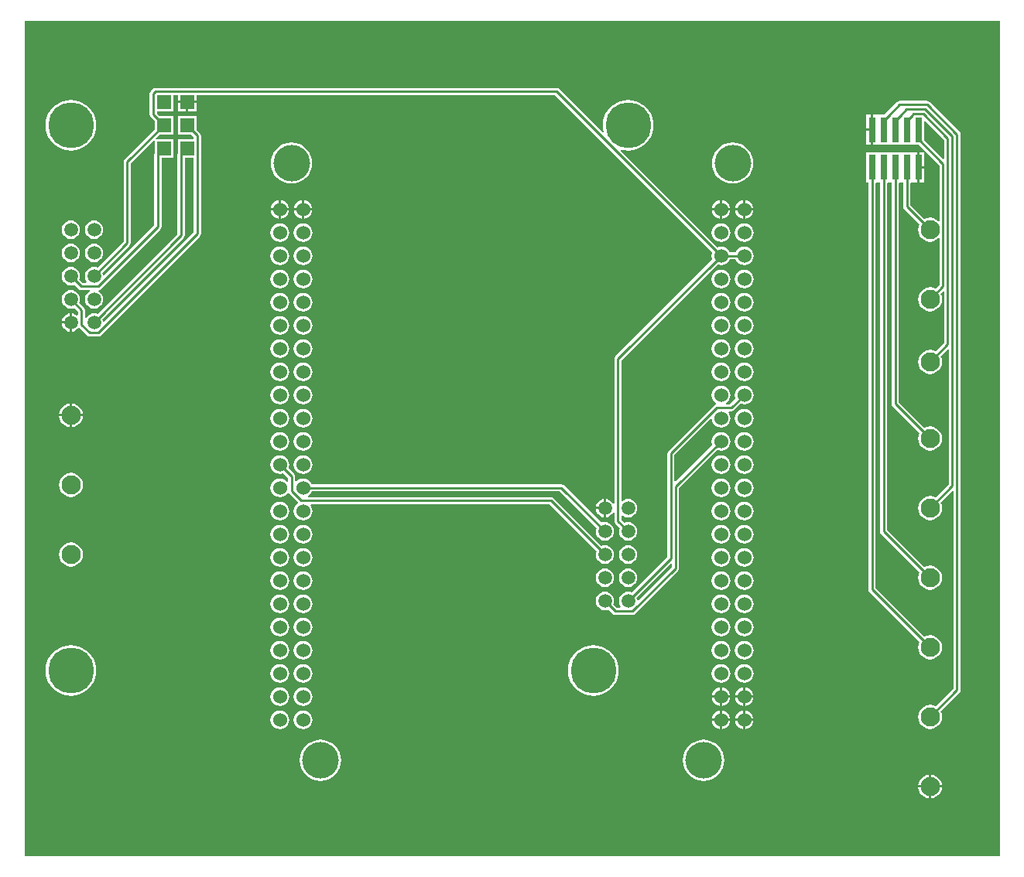
<source format=gbr>
G04 Layer_Physical_Order=1*
G04 Layer_Color=255*
%FSLAX26Y26*%
%MOIN*%
%TF.FileFunction,Copper,L1,Top,Signal*%
%TF.Part,Single*%
G01*
G75*
%TA.AperFunction,SMDPad,CuDef*%
%ADD10R,0.029134X0.109843*%
%TA.AperFunction,Conductor*%
%ADD11C,0.010000*%
%TA.AperFunction,ComponentPad*%
%ADD12C,0.082677*%
%ADD13R,0.060000X0.060000*%
%ADD14C,0.060000*%
%ADD15C,0.157480*%
%TA.AperFunction,ViaPad*%
%ADD16C,0.196850*%
%TA.AperFunction,ComponentPad*%
%ADD17C,0.059055*%
G36*
X4000000Y-800000D02*
X-200000D01*
Y2800000D01*
X4000000D01*
Y-800000D01*
D02*
G37*
%LPC*%
G36*
X2300000Y439869D02*
X2289681Y438510D01*
X2280066Y434527D01*
X2271809Y428191D01*
X2265473Y419934D01*
X2261490Y410319D01*
X2260131Y400000D01*
X2261490Y389681D01*
X2265473Y380066D01*
X2271809Y371809D01*
X2280066Y365473D01*
X2289681Y361490D01*
X2300000Y360131D01*
X2310319Y361490D01*
X2319934Y365473D01*
X2328191Y371809D01*
X2334527Y380066D01*
X2338510Y389681D01*
X2339869Y400000D01*
X2338510Y410319D01*
X2334527Y419934D01*
X2328191Y428191D01*
X2319934Y434527D01*
X2310319Y438510D01*
X2300000Y439869D01*
D02*
G37*
G36*
X2400000D02*
X2389681Y438510D01*
X2380066Y434527D01*
X2371809Y428191D01*
X2365473Y419934D01*
X2361490Y410319D01*
X2360131Y400000D01*
X2361490Y389681D01*
X2365473Y380066D01*
X2371809Y371809D01*
X2380066Y365473D01*
X2389681Y361490D01*
X2400000Y360131D01*
X2410319Y361490D01*
X2419934Y365473D01*
X2428191Y371809D01*
X2434527Y380066D01*
X2438510Y389681D01*
X2439869Y400000D01*
X2438510Y410319D01*
X2434527Y419934D01*
X2428191Y428191D01*
X2419934Y434527D01*
X2410319Y438510D01*
X2400000Y439869D01*
D02*
G37*
G36*
X2800000Y427845D02*
X2789558Y426471D01*
X2779827Y422440D01*
X2771472Y416028D01*
X2765060Y407673D01*
X2761030Y397942D01*
X2759655Y387500D01*
X2761030Y377058D01*
X2765060Y367327D01*
X2771472Y358972D01*
X2779827Y352560D01*
X2789558Y348529D01*
X2800000Y347155D01*
X2810442Y348529D01*
X2820173Y352560D01*
X2828528Y358972D01*
X2834940Y367327D01*
X2838970Y377058D01*
X2840345Y387500D01*
X2838970Y397942D01*
X2834940Y407673D01*
X2828528Y416028D01*
X2820173Y422440D01*
X2810442Y426471D01*
X2800000Y427845D01*
D02*
G37*
G36*
X2900000D02*
X2889558Y426471D01*
X2879827Y422440D01*
X2871472Y416028D01*
X2865060Y407673D01*
X2861030Y397942D01*
X2859655Y387500D01*
X2861030Y377058D01*
X2865060Y367327D01*
X2871472Y358972D01*
X2879827Y352560D01*
X2889558Y348529D01*
X2900000Y347155D01*
X2910442Y348529D01*
X2920173Y352560D01*
X2928528Y358972D01*
X2934940Y367327D01*
X2938970Y377058D01*
X2940345Y387500D01*
X2938970Y397942D01*
X2934940Y407673D01*
X2928528Y416028D01*
X2920173Y422440D01*
X2910442Y426471D01*
X2900000Y427845D01*
D02*
G37*
G36*
X900000Y527845D02*
X889558Y526471D01*
X879827Y522440D01*
X871472Y516028D01*
X865060Y507673D01*
X861029Y497942D01*
X859655Y487500D01*
X861029Y477058D01*
X865060Y467327D01*
X871472Y458972D01*
X879827Y452560D01*
X889558Y448529D01*
X900000Y447155D01*
X910442Y448529D01*
X920173Y452560D01*
X928528Y458972D01*
X934940Y467327D01*
X938971Y477058D01*
X940345Y487500D01*
X938971Y497942D01*
X934940Y507673D01*
X928528Y516028D01*
X920173Y522440D01*
X910442Y526471D01*
X900000Y527845D01*
D02*
G37*
G36*
X2900000D02*
X2889558Y526471D01*
X2879827Y522440D01*
X2871472Y516028D01*
X2865060Y507673D01*
X2861030Y497942D01*
X2859655Y487500D01*
X2861030Y477058D01*
X2865060Y467327D01*
X2871472Y458972D01*
X2879827Y452560D01*
X2889558Y448529D01*
X2900000Y447155D01*
X2910442Y448529D01*
X2920173Y452560D01*
X2928528Y458972D01*
X2934940Y467327D01*
X2938970Y477058D01*
X2940345Y487500D01*
X2938970Y497942D01*
X2934940Y507673D01*
X2928528Y516028D01*
X2920173Y522440D01*
X2910442Y526471D01*
X2900000Y527845D01*
D02*
G37*
G36*
X0Y551782D02*
X-13402Y550017D01*
X-25891Y544844D01*
X-36615Y536615D01*
X-44844Y525891D01*
X-50017Y513402D01*
X-51782Y500000D01*
X-50017Y486598D01*
X-44844Y474109D01*
X-36615Y463385D01*
X-25891Y455156D01*
X-13402Y449983D01*
X0Y448218D01*
X13402Y449983D01*
X25891Y455156D01*
X36615Y463385D01*
X44844Y474109D01*
X50017Y486598D01*
X51782Y500000D01*
X50017Y513402D01*
X44844Y525891D01*
X36615Y536615D01*
X25891Y544844D01*
X13402Y550017D01*
X0Y551782D01*
D02*
G37*
G36*
X1000000Y527845D02*
X989558Y526471D01*
X979827Y522440D01*
X971472Y516028D01*
X965060Y507673D01*
X961029Y497942D01*
X959655Y487500D01*
X961029Y477058D01*
X965060Y467327D01*
X971472Y458972D01*
X979827Y452560D01*
X989558Y448529D01*
X1000000Y447155D01*
X1010442Y448529D01*
X1020173Y452560D01*
X1028528Y458972D01*
X1034940Y467327D01*
X1038970Y477058D01*
X1040345Y487500D01*
X1038970Y497942D01*
X1034940Y507673D01*
X1028528Y516028D01*
X1020173Y522440D01*
X1010442Y526471D01*
X1000000Y527845D01*
D02*
G37*
G36*
X2800000D02*
X2789558Y526471D01*
X2779827Y522440D01*
X2771472Y516028D01*
X2765060Y507673D01*
X2761030Y497942D01*
X2759655Y487500D01*
X2761030Y477058D01*
X2765060Y467327D01*
X2771472Y458972D01*
X2779827Y452560D01*
X2789558Y448529D01*
X2800000Y447155D01*
X2810442Y448529D01*
X2820173Y452560D01*
X2828528Y458972D01*
X2834940Y467327D01*
X2838970Y477058D01*
X2840345Y487500D01*
X2838970Y497942D01*
X2834940Y507673D01*
X2828528Y516028D01*
X2820173Y522440D01*
X2810442Y526471D01*
X2800000Y527845D01*
D02*
G37*
G36*
X2900000Y227845D02*
X2889558Y226470D01*
X2879827Y222440D01*
X2871472Y216028D01*
X2865060Y207673D01*
X2861030Y197942D01*
X2859655Y187500D01*
X2861030Y177058D01*
X2865060Y167327D01*
X2871472Y158972D01*
X2879827Y152560D01*
X2889558Y148530D01*
X2900000Y147155D01*
X2910442Y148530D01*
X2920173Y152560D01*
X2928528Y158972D01*
X2934940Y167327D01*
X2938970Y177058D01*
X2940345Y187500D01*
X2938970Y197942D01*
X2934940Y207673D01*
X2928528Y216028D01*
X2920173Y222440D01*
X2910442Y226470D01*
X2900000Y227845D01*
D02*
G37*
G36*
X900000Y327845D02*
X889558Y326471D01*
X879827Y322440D01*
X871472Y316028D01*
X865060Y307673D01*
X861029Y297942D01*
X859655Y287500D01*
X861029Y277058D01*
X865060Y267327D01*
X871472Y258972D01*
X879827Y252560D01*
X889558Y248530D01*
X900000Y247155D01*
X910442Y248530D01*
X920173Y252560D01*
X928528Y258972D01*
X934940Y267327D01*
X938971Y277058D01*
X940345Y287500D01*
X938971Y297942D01*
X934940Y307673D01*
X928528Y316028D01*
X920173Y322440D01*
X910442Y326471D01*
X900000Y327845D01*
D02*
G37*
G36*
X1000000Y227845D02*
X989558Y226470D01*
X979827Y222440D01*
X971472Y216028D01*
X965060Y207673D01*
X961029Y197942D01*
X959655Y187500D01*
X961029Y177058D01*
X965060Y167327D01*
X971472Y158972D01*
X979827Y152560D01*
X989558Y148530D01*
X1000000Y147155D01*
X1010442Y148530D01*
X1020173Y152560D01*
X1028528Y158972D01*
X1034940Y167327D01*
X1038970Y177058D01*
X1040345Y187500D01*
X1038970Y197942D01*
X1034940Y207673D01*
X1028528Y216028D01*
X1020173Y222440D01*
X1010442Y226470D01*
X1000000Y227845D01*
D02*
G37*
G36*
X2800000D02*
X2789558Y226470D01*
X2779827Y222440D01*
X2771472Y216028D01*
X2765060Y207673D01*
X2761030Y197942D01*
X2759655Y187500D01*
X2761030Y177058D01*
X2765060Y167327D01*
X2771472Y158972D01*
X2779827Y152560D01*
X2789558Y148530D01*
X2800000Y147155D01*
X2810442Y148530D01*
X2820173Y152560D01*
X2828528Y158972D01*
X2834940Y167327D01*
X2838970Y177058D01*
X2840345Y187500D01*
X2838970Y197942D01*
X2834940Y207673D01*
X2828528Y216028D01*
X2820173Y222440D01*
X2810442Y226470D01*
X2800000Y227845D01*
D02*
G37*
G36*
X1000000Y327845D02*
X989558Y326471D01*
X979827Y322440D01*
X971472Y316028D01*
X965060Y307673D01*
X961029Y297942D01*
X959655Y287500D01*
X961029Y277058D01*
X965060Y267327D01*
X971472Y258972D01*
X979827Y252560D01*
X989558Y248530D01*
X1000000Y247155D01*
X1010442Y248530D01*
X1020173Y252560D01*
X1028528Y258972D01*
X1034940Y267327D01*
X1038970Y277058D01*
X1040345Y287500D01*
X1038970Y297942D01*
X1034940Y307673D01*
X1028528Y316028D01*
X1020173Y322440D01*
X1010442Y326471D01*
X1000000Y327845D01*
D02*
G37*
G36*
X900000Y427845D02*
X889558Y426471D01*
X879827Y422440D01*
X871472Y416028D01*
X865060Y407673D01*
X861029Y397942D01*
X859655Y387500D01*
X861029Y377058D01*
X865060Y367327D01*
X871472Y358972D01*
X879827Y352560D01*
X889558Y348529D01*
X900000Y347155D01*
X910442Y348529D01*
X920173Y352560D01*
X928528Y358972D01*
X934940Y367327D01*
X938971Y377058D01*
X940345Y387500D01*
X938971Y397942D01*
X934940Y407673D01*
X928528Y416028D01*
X920173Y422440D01*
X910442Y426471D01*
X900000Y427845D01*
D02*
G37*
G36*
X1000000D02*
X989558Y426471D01*
X979827Y422440D01*
X971472Y416028D01*
X965060Y407673D01*
X961029Y397942D01*
X959655Y387500D01*
X961029Y377058D01*
X965060Y367327D01*
X971472Y358972D01*
X979827Y352560D01*
X989558Y348529D01*
X1000000Y347155D01*
X1010442Y348529D01*
X1020173Y352560D01*
X1028528Y358972D01*
X1034940Y367327D01*
X1038970Y377058D01*
X1040345Y387500D01*
X1038970Y397942D01*
X1034940Y407673D01*
X1028528Y416028D01*
X1020173Y422440D01*
X1010442Y426471D01*
X1000000Y427845D01*
D02*
G37*
G36*
X2800000Y327845D02*
X2789558Y326471D01*
X2779827Y322440D01*
X2771472Y316028D01*
X2765060Y307673D01*
X2761030Y297942D01*
X2759655Y287500D01*
X2761030Y277058D01*
X2765060Y267327D01*
X2771472Y258972D01*
X2779827Y252560D01*
X2789558Y248530D01*
X2800000Y247155D01*
X2810442Y248530D01*
X2820173Y252560D01*
X2828528Y258972D01*
X2834940Y267327D01*
X2838970Y277058D01*
X2840345Y287500D01*
X2838970Y297942D01*
X2834940Y307673D01*
X2828528Y316028D01*
X2820173Y322440D01*
X2810442Y326471D01*
X2800000Y327845D01*
D02*
G37*
G36*
X2900000D02*
X2889558Y326471D01*
X2879827Y322440D01*
X2871472Y316028D01*
X2865060Y307673D01*
X2861030Y297942D01*
X2859655Y287500D01*
X2861030Y277058D01*
X2865060Y267327D01*
X2871472Y258972D01*
X2879827Y252560D01*
X2889558Y248530D01*
X2900000Y247155D01*
X2910442Y248530D01*
X2920173Y252560D01*
X2928528Y258972D01*
X2934940Y267327D01*
X2938970Y277058D01*
X2940345Y287500D01*
X2938970Y297942D01*
X2934940Y307673D01*
X2928528Y316028D01*
X2920173Y322440D01*
X2910442Y326471D01*
X2900000Y327845D01*
D02*
G37*
G36*
Y827845D02*
X2889558Y826471D01*
X2879827Y822440D01*
X2871472Y816028D01*
X2865060Y807673D01*
X2861030Y797942D01*
X2859655Y787500D01*
X2861030Y777058D01*
X2865060Y767327D01*
X2871472Y758972D01*
X2879827Y752560D01*
X2889558Y748529D01*
X2900000Y747155D01*
X2910442Y748529D01*
X2920173Y752560D01*
X2928528Y758972D01*
X2934940Y767327D01*
X2938970Y777058D01*
X2940345Y787500D01*
X2938970Y797942D01*
X2934940Y807673D01*
X2928528Y816028D01*
X2920173Y822440D01*
X2910442Y826471D01*
X2900000Y827845D01*
D02*
G37*
G36*
X0Y851782D02*
X-13402Y850017D01*
X-25891Y844844D01*
X-36615Y836615D01*
X-44844Y825891D01*
X-50017Y813402D01*
X-51782Y800000D01*
X-50017Y786598D01*
X-44844Y774109D01*
X-36615Y763385D01*
X-25891Y755156D01*
X-13402Y749983D01*
X0Y748218D01*
X13402Y749983D01*
X25891Y755156D01*
X36615Y763385D01*
X44844Y774109D01*
X50017Y786598D01*
X51782Y800000D01*
X50017Y813402D01*
X44844Y825891D01*
X36615Y836615D01*
X25891Y844844D01*
X13402Y850017D01*
X0Y851782D01*
D02*
G37*
G36*
X2295000Y739210D02*
X2289681Y738510D01*
X2280066Y734527D01*
X2271809Y728191D01*
X2265473Y719934D01*
X2261490Y710319D01*
X2260790Y705000D01*
X2295000D01*
Y739210D01*
D02*
G37*
G36*
X2800000Y827845D02*
X2789558Y826471D01*
X2779827Y822440D01*
X2771472Y816028D01*
X2765060Y807673D01*
X2761030Y797942D01*
X2759655Y787500D01*
X2761030Y777058D01*
X2765060Y767327D01*
X2771472Y758972D01*
X2779827Y752560D01*
X2789558Y748529D01*
X2800000Y747155D01*
X2810442Y748529D01*
X2820173Y752560D01*
X2828528Y758972D01*
X2834940Y767327D01*
X2838970Y777058D01*
X2840345Y787500D01*
X2838970Y797942D01*
X2834940Y807673D01*
X2828528Y816028D01*
X2820173Y822440D01*
X2810442Y826471D01*
X2800000Y827845D01*
D02*
G37*
G36*
X900000Y927845D02*
X889558Y926471D01*
X879827Y922440D01*
X871472Y916028D01*
X865060Y907673D01*
X861029Y897942D01*
X859655Y887500D01*
X861029Y877058D01*
X865060Y867327D01*
X871472Y858972D01*
X879827Y852560D01*
X889558Y848529D01*
X900000Y847155D01*
X910442Y848529D01*
X915321Y850550D01*
X935170Y830701D01*
Y815587D01*
X930170Y813889D01*
X928528Y816028D01*
X920173Y822440D01*
X910442Y826471D01*
X900000Y827845D01*
X889558Y826471D01*
X879827Y822440D01*
X871472Y816028D01*
X865060Y807673D01*
X861029Y797942D01*
X859655Y787500D01*
X861029Y777058D01*
X865060Y767327D01*
X871472Y758972D01*
X879827Y752560D01*
X889558Y748529D01*
X900000Y747155D01*
X910442Y748529D01*
X920173Y752560D01*
X928528Y758972D01*
X932548Y764210D01*
X938696Y764009D01*
X939649Y762582D01*
X977126Y725106D01*
X976799Y720116D01*
X971472Y716028D01*
X965060Y707673D01*
X961029Y697942D01*
X959655Y687500D01*
X961029Y677058D01*
X965060Y667327D01*
X971472Y658972D01*
X979827Y652560D01*
X989558Y648529D01*
X1000000Y647155D01*
X1010442Y648529D01*
X1020173Y652560D01*
X1028528Y658972D01*
X1034940Y667327D01*
X1038970Y677058D01*
X1040345Y687500D01*
X1038970Y697942D01*
X1034940Y707673D01*
X1031461Y712206D01*
X1033927Y717206D01*
X2061165D01*
X2263412Y514959D01*
X2261490Y510319D01*
X2260131Y500000D01*
X2261490Y489681D01*
X2265473Y480066D01*
X2271809Y471809D01*
X2280066Y465473D01*
X2289681Y461490D01*
X2300000Y460131D01*
X2310319Y461490D01*
X2319934Y465473D01*
X2328191Y471809D01*
X2334527Y480066D01*
X2338510Y489681D01*
X2339869Y500000D01*
X2338510Y510319D01*
X2334527Y519934D01*
X2328191Y528191D01*
X2319934Y534527D01*
X2310319Y538510D01*
X2300000Y539869D01*
X2289681Y538510D01*
X2285041Y536588D01*
X2078314Y743314D01*
X2073353Y746630D01*
X2067500Y747794D01*
X1022999D01*
X1020452Y752264D01*
X1020477Y752794D01*
X1028528Y758972D01*
X1034940Y767327D01*
X1036961Y772206D01*
X2106165D01*
X2263412Y614959D01*
X2261490Y610319D01*
X2260131Y600000D01*
X2261490Y589681D01*
X2265473Y580066D01*
X2271809Y571809D01*
X2280066Y565473D01*
X2289681Y561490D01*
X2300000Y560131D01*
X2310319Y561490D01*
X2319934Y565473D01*
X2328191Y571809D01*
X2334527Y580066D01*
X2338510Y589681D01*
X2339869Y600000D01*
X2338510Y610319D01*
X2334527Y619934D01*
X2328191Y628191D01*
X2319934Y634527D01*
X2310319Y638510D01*
X2300000Y639869D01*
X2289681Y638510D01*
X2285041Y636588D01*
X2123314Y798314D01*
X2118353Y801630D01*
X2112500Y802794D01*
X1036961D01*
X1034940Y807673D01*
X1028528Y816028D01*
X1020173Y822440D01*
X1010442Y826471D01*
X1000000Y827845D01*
X989558Y826471D01*
X979827Y822440D01*
X971472Y816028D01*
X970492Y814752D01*
X965758Y816360D01*
Y837036D01*
X964593Y842889D01*
X961278Y847851D01*
X936950Y872179D01*
X938971Y877058D01*
X940345Y887500D01*
X938971Y897942D01*
X934940Y907673D01*
X928528Y916028D01*
X920173Y922440D01*
X910442Y926471D01*
X900000Y927845D01*
D02*
G37*
G36*
X2900000D02*
X2889558Y926471D01*
X2879827Y922440D01*
X2871472Y916028D01*
X2865060Y907673D01*
X2861030Y897942D01*
X2859655Y887500D01*
X2861030Y877058D01*
X2865060Y867327D01*
X2871472Y858972D01*
X2879827Y852560D01*
X2889558Y848529D01*
X2900000Y847155D01*
X2910442Y848529D01*
X2920173Y852560D01*
X2928528Y858972D01*
X2934940Y867327D01*
X2938970Y877058D01*
X2940345Y887500D01*
X2938970Y897942D01*
X2934940Y907673D01*
X2928528Y916028D01*
X2920173Y922440D01*
X2910442Y926471D01*
X2900000Y927845D01*
D02*
G37*
G36*
X900000Y1027845D02*
X889558Y1026470D01*
X879827Y1022440D01*
X871472Y1016028D01*
X865060Y1007673D01*
X861029Y997942D01*
X859655Y987500D01*
X861029Y977058D01*
X865060Y967327D01*
X871472Y958972D01*
X879827Y952560D01*
X889558Y948529D01*
X900000Y947155D01*
X910442Y948529D01*
X920173Y952560D01*
X928528Y958972D01*
X934940Y967327D01*
X938971Y977058D01*
X940345Y987500D01*
X938971Y997942D01*
X934940Y1007673D01*
X928528Y1016028D01*
X920173Y1022440D01*
X910442Y1026470D01*
X900000Y1027845D01*
D02*
G37*
G36*
X1000000Y927845D02*
X989558Y926471D01*
X979827Y922440D01*
X971472Y916028D01*
X965060Y907673D01*
X961029Y897942D01*
X959655Y887500D01*
X961029Y877058D01*
X965060Y867327D01*
X971472Y858972D01*
X979827Y852560D01*
X989558Y848529D01*
X1000000Y847155D01*
X1010442Y848529D01*
X1020173Y852560D01*
X1028528Y858972D01*
X1034940Y867327D01*
X1038970Y877058D01*
X1040345Y887500D01*
X1038970Y897942D01*
X1034940Y907673D01*
X1028528Y916028D01*
X1020173Y922440D01*
X1010442Y926471D01*
X1000000Y927845D01*
D02*
G37*
G36*
X2800000D02*
X2789558Y926471D01*
X2779827Y922440D01*
X2771472Y916028D01*
X2765060Y907673D01*
X2761030Y897942D01*
X2759655Y887500D01*
X2761030Y877058D01*
X2765060Y867327D01*
X2771472Y858972D01*
X2779827Y852560D01*
X2789558Y848529D01*
X2800000Y847155D01*
X2810442Y848529D01*
X2820173Y852560D01*
X2828528Y858972D01*
X2834940Y867327D01*
X2838970Y877058D01*
X2840345Y887500D01*
X2838970Y897942D01*
X2834940Y907673D01*
X2828528Y916028D01*
X2820173Y922440D01*
X2810442Y926471D01*
X2800000Y927845D01*
D02*
G37*
G36*
X1000000Y627845D02*
X989558Y626471D01*
X979827Y622440D01*
X971472Y616028D01*
X965060Y607673D01*
X961029Y597942D01*
X959655Y587500D01*
X961029Y577058D01*
X965060Y567327D01*
X971472Y558972D01*
X979827Y552560D01*
X989558Y548529D01*
X1000000Y547155D01*
X1010442Y548529D01*
X1020173Y552560D01*
X1028528Y558972D01*
X1034940Y567327D01*
X1038970Y577058D01*
X1040345Y587500D01*
X1038970Y597942D01*
X1034940Y607673D01*
X1028528Y616028D01*
X1020173Y622440D01*
X1010442Y626471D01*
X1000000Y627845D01*
D02*
G37*
G36*
X2800000D02*
X2789558Y626471D01*
X2779827Y622440D01*
X2771472Y616028D01*
X2765060Y607673D01*
X2761030Y597942D01*
X2759655Y587500D01*
X2761030Y577058D01*
X2765060Y567327D01*
X2771472Y558972D01*
X2779827Y552560D01*
X2789558Y548529D01*
X2800000Y547155D01*
X2810442Y548529D01*
X2820173Y552560D01*
X2828528Y558972D01*
X2834940Y567327D01*
X2838970Y577058D01*
X2840345Y587500D01*
X2838970Y597942D01*
X2834940Y607673D01*
X2828528Y616028D01*
X2820173Y622440D01*
X2810442Y626471D01*
X2800000Y627845D01*
D02*
G37*
G36*
X2400000Y539869D02*
X2389681Y538510D01*
X2380066Y534527D01*
X2371809Y528191D01*
X2365473Y519934D01*
X2361490Y510319D01*
X2360131Y500000D01*
X2361490Y489681D01*
X2365473Y480066D01*
X2371809Y471809D01*
X2380066Y465473D01*
X2389681Y461490D01*
X2400000Y460131D01*
X2410319Y461490D01*
X2419934Y465473D01*
X2428191Y471809D01*
X2434527Y480066D01*
X2438510Y489681D01*
X2439869Y500000D01*
X2438510Y510319D01*
X2434527Y519934D01*
X2428191Y528191D01*
X2419934Y534527D01*
X2410319Y538510D01*
X2400000Y539869D01*
D02*
G37*
G36*
X900000Y627845D02*
X889558Y626471D01*
X879827Y622440D01*
X871472Y616028D01*
X865060Y607673D01*
X861029Y597942D01*
X859655Y587500D01*
X861029Y577058D01*
X865060Y567327D01*
X871472Y558972D01*
X879827Y552560D01*
X889558Y548529D01*
X900000Y547155D01*
X910442Y548529D01*
X920173Y552560D01*
X928528Y558972D01*
X934940Y567327D01*
X938971Y577058D01*
X940345Y587500D01*
X938971Y597942D01*
X934940Y607673D01*
X928528Y616028D01*
X920173Y622440D01*
X910442Y626471D01*
X900000Y627845D01*
D02*
G37*
G36*
X2900000D02*
X2889558Y626471D01*
X2879827Y622440D01*
X2871472Y616028D01*
X2865060Y607673D01*
X2861030Y597942D01*
X2859655Y587500D01*
X2861030Y577058D01*
X2865060Y567327D01*
X2871472Y558972D01*
X2879827Y552560D01*
X2889558Y548529D01*
X2900000Y547155D01*
X2910442Y548529D01*
X2920173Y552560D01*
X2928528Y558972D01*
X2934940Y567327D01*
X2938970Y577058D01*
X2940345Y587500D01*
X2938970Y597942D01*
X2934940Y607673D01*
X2928528Y616028D01*
X2920173Y622440D01*
X2910442Y626471D01*
X2900000Y627845D01*
D02*
G37*
G36*
Y727845D02*
X2889558Y726471D01*
X2879827Y722440D01*
X2871472Y716028D01*
X2865060Y707673D01*
X2861030Y697942D01*
X2859655Y687500D01*
X2861030Y677058D01*
X2865060Y667327D01*
X2871472Y658972D01*
X2879827Y652560D01*
X2889558Y648529D01*
X2900000Y647155D01*
X2910442Y648529D01*
X2920173Y652560D01*
X2928528Y658972D01*
X2934940Y667327D01*
X2938970Y677058D01*
X2940345Y687500D01*
X2938970Y697942D01*
X2934940Y707673D01*
X2928528Y716028D01*
X2920173Y722440D01*
X2910442Y726471D01*
X2900000Y727845D01*
D02*
G37*
G36*
X2295000Y695000D02*
X2260790D01*
X2261490Y689681D01*
X2265473Y680066D01*
X2271809Y671809D01*
X2280066Y665473D01*
X2289681Y661490D01*
X2295000Y660790D01*
Y695000D01*
D02*
G37*
G36*
X900000Y727845D02*
X889558Y726471D01*
X879827Y722440D01*
X871472Y716028D01*
X865060Y707673D01*
X861029Y697942D01*
X859655Y687500D01*
X861029Y677058D01*
X865060Y667327D01*
X871472Y658972D01*
X879827Y652560D01*
X889558Y648529D01*
X900000Y647155D01*
X910442Y648529D01*
X920173Y652560D01*
X928528Y658972D01*
X934940Y667327D01*
X938971Y677058D01*
X940345Y687500D01*
X938971Y697942D01*
X934940Y707673D01*
X928528Y716028D01*
X920173Y722440D01*
X910442Y726471D01*
X900000Y727845D01*
D02*
G37*
G36*
X2800000D02*
X2789558Y726471D01*
X2779827Y722440D01*
X2771472Y716028D01*
X2765060Y707673D01*
X2761030Y697942D01*
X2759655Y687500D01*
X2761030Y677058D01*
X2765060Y667327D01*
X2771472Y658972D01*
X2779827Y652560D01*
X2789558Y648529D01*
X2800000Y647155D01*
X2810442Y648529D01*
X2820173Y652560D01*
X2828528Y658972D01*
X2834940Y667327D01*
X2838970Y677058D01*
X2840345Y687500D01*
X2838970Y697942D01*
X2834940Y707673D01*
X2828528Y716028D01*
X2820173Y722440D01*
X2810442Y726471D01*
X2800000Y727845D01*
D02*
G37*
G36*
X900000Y227845D02*
X889558Y226470D01*
X879827Y222440D01*
X871472Y216028D01*
X865060Y207673D01*
X861029Y197942D01*
X859655Y187500D01*
X861029Y177058D01*
X865060Y167327D01*
X871472Y158972D01*
X879827Y152560D01*
X889558Y148530D01*
X900000Y147155D01*
X910442Y148530D01*
X920173Y152560D01*
X928528Y158972D01*
X934940Y167327D01*
X938971Y177058D01*
X940345Y187500D01*
X938971Y197942D01*
X934940Y207673D01*
X928528Y216028D01*
X920173Y222440D01*
X910442Y226470D01*
X900000Y227845D01*
D02*
G37*
G36*
X2939687Y-217500D02*
X2905000D01*
Y-252187D01*
X2910442Y-251470D01*
X2920173Y-247440D01*
X2928528Y-241028D01*
X2934940Y-232673D01*
X2938970Y-222942D01*
X2939687Y-217500D01*
D02*
G37*
G36*
X2795000Y-172813D02*
X2789558Y-173530D01*
X2779827Y-177560D01*
X2771472Y-183972D01*
X2765060Y-192327D01*
X2761030Y-202058D01*
X2760313Y-207500D01*
X2795000D01*
Y-172813D01*
D02*
G37*
G36*
X2895000Y-217500D02*
X2860313D01*
X2861030Y-222942D01*
X2865060Y-232673D01*
X2871472Y-241028D01*
X2879827Y-247440D01*
X2889558Y-251470D01*
X2895000Y-252187D01*
Y-217500D01*
D02*
G37*
G36*
X2839687D02*
X2805000D01*
Y-252187D01*
X2810442Y-251470D01*
X2820173Y-247440D01*
X2828528Y-241028D01*
X2834940Y-232673D01*
X2838970Y-222942D01*
X2839687Y-217500D01*
D02*
G37*
G36*
X2895000Y-172813D02*
X2889558Y-173530D01*
X2879827Y-177560D01*
X2871472Y-183972D01*
X2865060Y-192327D01*
X2861030Y-202058D01*
X2860313Y-207500D01*
X2895000D01*
Y-172813D01*
D02*
G37*
G36*
X900000Y-72155D02*
X889558Y-73529D01*
X879827Y-77560D01*
X871472Y-83972D01*
X865060Y-92327D01*
X861029Y-102058D01*
X859655Y-112500D01*
X861029Y-122942D01*
X865060Y-132673D01*
X871472Y-141028D01*
X879827Y-147440D01*
X889558Y-151470D01*
X900000Y-152845D01*
X910442Y-151470D01*
X920173Y-147440D01*
X928528Y-141028D01*
X934940Y-132673D01*
X938971Y-122942D01*
X940345Y-112500D01*
X938971Y-102058D01*
X934940Y-92327D01*
X928528Y-83972D01*
X920173Y-77560D01*
X910442Y-73529D01*
X900000Y-72155D01*
D02*
G37*
G36*
X1000000D02*
X989558Y-73529D01*
X979827Y-77560D01*
X971472Y-83972D01*
X965060Y-92327D01*
X961029Y-102058D01*
X959655Y-112500D01*
X961029Y-122942D01*
X965060Y-132673D01*
X971472Y-141028D01*
X979827Y-147440D01*
X989558Y-151470D01*
X1000000Y-152845D01*
X1010442Y-151470D01*
X1020173Y-147440D01*
X1028528Y-141028D01*
X1034940Y-132673D01*
X1038970Y-122942D01*
X1040345Y-112500D01*
X1038970Y-102058D01*
X1034940Y-92327D01*
X1028528Y-83972D01*
X1020173Y-77560D01*
X1010442Y-73529D01*
X1000000Y-72155D01*
D02*
G37*
G36*
X2805000Y-172813D02*
Y-207500D01*
X2839687D01*
X2838970Y-202058D01*
X2834940Y-192327D01*
X2828528Y-183972D01*
X2820173Y-177560D01*
X2810442Y-173530D01*
X2805000Y-172813D01*
D02*
G37*
G36*
X2905000D02*
Y-207500D01*
X2939687D01*
X2938970Y-202058D01*
X2934940Y-192327D01*
X2928528Y-183972D01*
X2920173Y-177560D01*
X2910442Y-173530D01*
X2905000Y-172813D01*
D02*
G37*
G36*
X3695000Y-448877D02*
X3686598Y-449983D01*
X3674109Y-455156D01*
X3663385Y-463385D01*
X3655156Y-474109D01*
X3649983Y-486598D01*
X3648877Y-495000D01*
X3695000D01*
Y-448877D01*
D02*
G37*
G36*
X3705000D02*
Y-495000D01*
X3751123D01*
X3750017Y-486598D01*
X3744844Y-474109D01*
X3736615Y-463385D01*
X3725891Y-455156D01*
X3713402Y-449983D01*
X3705000Y-448877D01*
D02*
G37*
G36*
X3695000Y-505000D02*
X3648877D01*
X3649983Y-513402D01*
X3655156Y-525891D01*
X3663385Y-536615D01*
X3674109Y-544844D01*
X3686598Y-550017D01*
X3695000Y-551123D01*
Y-505000D01*
D02*
G37*
G36*
X3751123D02*
X3705000D01*
Y-551123D01*
X3713402Y-550017D01*
X3725891Y-544844D01*
X3736615Y-536615D01*
X3744844Y-525891D01*
X3750017Y-513402D01*
X3751123Y-505000D01*
D02*
G37*
G36*
X1075000Y-298330D02*
X1057604Y-300044D01*
X1040876Y-305118D01*
X1025460Y-313358D01*
X1011948Y-324448D01*
X1000858Y-337960D01*
X992618Y-353376D01*
X987544Y-370104D01*
X985831Y-387500D01*
X987544Y-404896D01*
X992618Y-421624D01*
X1000858Y-437040D01*
X1011948Y-450552D01*
X1025460Y-461642D01*
X1040876Y-469882D01*
X1057604Y-474956D01*
X1075000Y-476670D01*
X1092396Y-474956D01*
X1109124Y-469882D01*
X1124540Y-461642D01*
X1138052Y-450552D01*
X1149142Y-437040D01*
X1157382Y-421624D01*
X1162456Y-404896D01*
X1164169Y-387500D01*
X1162456Y-370104D01*
X1157382Y-353376D01*
X1149142Y-337960D01*
X1138052Y-324448D01*
X1124540Y-313358D01*
X1109124Y-305118D01*
X1092396Y-300044D01*
X1075000Y-298330D01*
D02*
G37*
G36*
X1000000Y-172155D02*
X989558Y-173530D01*
X979827Y-177560D01*
X971472Y-183972D01*
X965060Y-192327D01*
X961029Y-202058D01*
X959655Y-212500D01*
X961029Y-222942D01*
X965060Y-232673D01*
X971472Y-241028D01*
X979827Y-247440D01*
X989558Y-251470D01*
X1000000Y-252845D01*
X1010442Y-251470D01*
X1020173Y-247440D01*
X1028528Y-241028D01*
X1034940Y-232673D01*
X1038970Y-222942D01*
X1040345Y-212500D01*
X1038970Y-202058D01*
X1034940Y-192327D01*
X1028528Y-183972D01*
X1020173Y-177560D01*
X1010442Y-173530D01*
X1000000Y-172155D01*
D02*
G37*
G36*
X2795000Y-217500D02*
X2760313D01*
X2761030Y-222942D01*
X2765060Y-232673D01*
X2771472Y-241028D01*
X2779827Y-247440D01*
X2789558Y-251470D01*
X2795000Y-252187D01*
Y-217500D01*
D02*
G37*
G36*
X2725000Y-298330D02*
X2707604Y-300044D01*
X2690876Y-305118D01*
X2675460Y-313358D01*
X2661948Y-324448D01*
X2650858Y-337960D01*
X2642618Y-353376D01*
X2637544Y-370104D01*
X2635831Y-387500D01*
X2637544Y-404896D01*
X2642618Y-421624D01*
X2650858Y-437040D01*
X2661948Y-450552D01*
X2675460Y-461642D01*
X2690876Y-469882D01*
X2707604Y-474956D01*
X2725000Y-476670D01*
X2742396Y-474956D01*
X2759124Y-469882D01*
X2774540Y-461642D01*
X2788052Y-450552D01*
X2799142Y-437040D01*
X2807382Y-421624D01*
X2812456Y-404896D01*
X2814169Y-387500D01*
X2812456Y-370104D01*
X2807382Y-353376D01*
X2799142Y-337960D01*
X2788052Y-324448D01*
X2774540Y-313358D01*
X2759124Y-305118D01*
X2742396Y-300044D01*
X2725000Y-298330D01*
D02*
G37*
G36*
X900000Y-172155D02*
X889558Y-173530D01*
X879827Y-177560D01*
X871472Y-183972D01*
X865060Y-192327D01*
X861029Y-202058D01*
X859655Y-212500D01*
X861029Y-222942D01*
X865060Y-232673D01*
X871472Y-241028D01*
X879827Y-247440D01*
X889558Y-251470D01*
X900000Y-252845D01*
X910442Y-251470D01*
X920173Y-247440D01*
X928528Y-241028D01*
X934940Y-232673D01*
X938971Y-222942D01*
X940345Y-212500D01*
X938971Y-202058D01*
X934940Y-192327D01*
X928528Y-183972D01*
X920173Y-177560D01*
X910442Y-173530D01*
X900000Y-172155D01*
D02*
G37*
G36*
X1000000Y27845D02*
X989558Y26471D01*
X979827Y22440D01*
X971472Y16028D01*
X965060Y7673D01*
X961029Y-2058D01*
X959655Y-12500D01*
X961029Y-22942D01*
X965060Y-32673D01*
X971472Y-41028D01*
X979827Y-47440D01*
X989558Y-51471D01*
X1000000Y-52845D01*
X1010442Y-51471D01*
X1020173Y-47440D01*
X1028528Y-41028D01*
X1034940Y-32673D01*
X1038970Y-22942D01*
X1040345Y-12500D01*
X1038970Y-2058D01*
X1034940Y7673D01*
X1028528Y16028D01*
X1020173Y22440D01*
X1010442Y26471D01*
X1000000Y27845D01*
D02*
G37*
G36*
X2800000D02*
X2789558Y26471D01*
X2779827Y22440D01*
X2771472Y16028D01*
X2765060Y7673D01*
X2761030Y-2058D01*
X2759655Y-12500D01*
X2761030Y-22942D01*
X2765060Y-32673D01*
X2771472Y-41028D01*
X2779827Y-47440D01*
X2789558Y-51471D01*
X2800000Y-52845D01*
X2810442Y-51471D01*
X2820173Y-47440D01*
X2828528Y-41028D01*
X2834940Y-32673D01*
X2838970Y-22942D01*
X2840345Y-12500D01*
X2838970Y-2058D01*
X2834940Y7673D01*
X2828528Y16028D01*
X2820173Y22440D01*
X2810442Y26471D01*
X2800000Y27845D01*
D02*
G37*
G36*
X2905000Y-72813D02*
Y-107500D01*
X2939687D01*
X2938970Y-102058D01*
X2934940Y-92327D01*
X2928528Y-83972D01*
X2920173Y-77560D01*
X2910442Y-73529D01*
X2905000Y-72813D01*
D02*
G37*
G36*
X900000Y27845D02*
X889558Y26471D01*
X879827Y22440D01*
X871472Y16028D01*
X865060Y7673D01*
X861029Y-2058D01*
X859655Y-12500D01*
X861029Y-22942D01*
X865060Y-32673D01*
X871472Y-41028D01*
X879827Y-47440D01*
X889558Y-51471D01*
X900000Y-52845D01*
X910442Y-51471D01*
X920173Y-47440D01*
X928528Y-41028D01*
X934940Y-32673D01*
X938971Y-22942D01*
X940345Y-12500D01*
X938971Y-2058D01*
X934940Y7673D01*
X928528Y16028D01*
X920173Y22440D01*
X910442Y26471D01*
X900000Y27845D01*
D02*
G37*
G36*
X2900000D02*
X2889558Y26471D01*
X2879827Y22440D01*
X2871472Y16028D01*
X2865060Y7673D01*
X2861030Y-2058D01*
X2859655Y-12500D01*
X2861030Y-22942D01*
X2865060Y-32673D01*
X2871472Y-41028D01*
X2879827Y-47440D01*
X2889558Y-51471D01*
X2900000Y-52845D01*
X2910442Y-51471D01*
X2920173Y-47440D01*
X2928528Y-41028D01*
X2934940Y-32673D01*
X2938970Y-22942D01*
X2940345Y-12500D01*
X2938970Y-2058D01*
X2934940Y7673D01*
X2928528Y16028D01*
X2920173Y22440D01*
X2910442Y26471D01*
X2900000Y27845D01*
D02*
G37*
G36*
X2800000Y127845D02*
X2789558Y126471D01*
X2779827Y122440D01*
X2771472Y116028D01*
X2765060Y107673D01*
X2761030Y97942D01*
X2759655Y87500D01*
X2761030Y77058D01*
X2765060Y67327D01*
X2771472Y58972D01*
X2779827Y52560D01*
X2789558Y48529D01*
X2800000Y47155D01*
X2810442Y48529D01*
X2820173Y52560D01*
X2828528Y58972D01*
X2834940Y67327D01*
X2838970Y77058D01*
X2840345Y87500D01*
X2838970Y97942D01*
X2834940Y107673D01*
X2828528Y116028D01*
X2820173Y122440D01*
X2810442Y126471D01*
X2800000Y127845D01*
D02*
G37*
G36*
X2900000D02*
X2889558Y126471D01*
X2879827Y122440D01*
X2871472Y116028D01*
X2865060Y107673D01*
X2861030Y97942D01*
X2859655Y87500D01*
X2861030Y77058D01*
X2865060Y67327D01*
X2871472Y58972D01*
X2879827Y52560D01*
X2889558Y48529D01*
X2900000Y47155D01*
X2910442Y48529D01*
X2920173Y52560D01*
X2928528Y58972D01*
X2934940Y67327D01*
X2938970Y77058D01*
X2940345Y87500D01*
X2938970Y97942D01*
X2934940Y107673D01*
X2928528Y116028D01*
X2920173Y122440D01*
X2910442Y126471D01*
X2900000Y127845D01*
D02*
G37*
G36*
X900000D02*
X889558Y126471D01*
X879827Y122440D01*
X871472Y116028D01*
X865060Y107673D01*
X861029Y97942D01*
X859655Y87500D01*
X861029Y77058D01*
X865060Y67327D01*
X871472Y58972D01*
X879827Y52560D01*
X889558Y48529D01*
X900000Y47155D01*
X910442Y48529D01*
X920173Y52560D01*
X928528Y58972D01*
X934940Y67327D01*
X938971Y77058D01*
X940345Y87500D01*
X938971Y97942D01*
X934940Y107673D01*
X928528Y116028D01*
X920173Y122440D01*
X910442Y126471D01*
X900000Y127845D01*
D02*
G37*
G36*
X1000000D02*
X989558Y126471D01*
X979827Y122440D01*
X971472Y116028D01*
X965060Y107673D01*
X961029Y97942D01*
X959655Y87500D01*
X961029Y77058D01*
X965060Y67327D01*
X971472Y58972D01*
X979827Y52560D01*
X989558Y48529D01*
X1000000Y47155D01*
X1010442Y48529D01*
X1020173Y52560D01*
X1028528Y58972D01*
X1034940Y67327D01*
X1038970Y77058D01*
X1040345Y87500D01*
X1038970Y97942D01*
X1034940Y107673D01*
X1028528Y116028D01*
X1020173Y122440D01*
X1010442Y126471D01*
X1000000Y127845D01*
D02*
G37*
G36*
X2839687Y-117500D02*
X2805000D01*
Y-152187D01*
X2810442Y-151470D01*
X2820173Y-147440D01*
X2828528Y-141028D01*
X2834940Y-132673D01*
X2838970Y-122942D01*
X2839687Y-117500D01*
D02*
G37*
G36*
X2939687D02*
X2905000D01*
Y-152187D01*
X2910442Y-151470D01*
X2920173Y-147440D01*
X2928528Y-141028D01*
X2934940Y-132673D01*
X2938970Y-122942D01*
X2939687Y-117500D01*
D02*
G37*
G36*
X2795000D02*
X2760313D01*
X2761030Y-122942D01*
X2765060Y-132673D01*
X2771472Y-141028D01*
X2779827Y-147440D01*
X2789558Y-151470D01*
X2795000Y-152187D01*
Y-117500D01*
D02*
G37*
G36*
X2895000D02*
X2860313D01*
X2861030Y-122942D01*
X2865060Y-132673D01*
X2871472Y-141028D01*
X2879827Y-147440D01*
X2889558Y-151470D01*
X2895000Y-152187D01*
Y-117500D01*
D02*
G37*
G36*
X0Y108760D02*
X-17014Y107421D01*
X-33609Y103437D01*
X-49376Y96906D01*
X-63928Y87989D01*
X-76905Y76905D01*
X-87989Y63928D01*
X-96906Y49376D01*
X-103437Y33609D01*
X-107421Y17014D01*
X-108760Y0D01*
X-107421Y-17014D01*
X-103437Y-33609D01*
X-96906Y-49376D01*
X-87989Y-63928D01*
X-76905Y-76905D01*
X-63928Y-87989D01*
X-49376Y-96906D01*
X-33609Y-103437D01*
X-17014Y-107421D01*
X0Y-108760D01*
X17014Y-107421D01*
X33609Y-103437D01*
X49376Y-96906D01*
X63928Y-87989D01*
X76905Y-76905D01*
X87989Y-63928D01*
X96906Y-49376D01*
X103437Y-33609D01*
X107421Y-17014D01*
X108760Y0D01*
X107421Y17014D01*
X103437Y33609D01*
X96906Y49376D01*
X87989Y63928D01*
X76905Y76905D01*
X63928Y87989D01*
X49376Y96906D01*
X33609Y103437D01*
X17014Y107421D01*
X0Y108760D01*
D02*
G37*
G36*
X2895000Y-72813D02*
X2889558Y-73529D01*
X2879827Y-77560D01*
X2871472Y-83972D01*
X2865060Y-92327D01*
X2861030Y-102058D01*
X2860313Y-107500D01*
X2895000D01*
Y-72813D01*
D02*
G37*
G36*
X2805000D02*
Y-107500D01*
X2839687D01*
X2838970Y-102058D01*
X2834940Y-92327D01*
X2828528Y-83972D01*
X2820173Y-77560D01*
X2810442Y-73529D01*
X2805000Y-72813D01*
D02*
G37*
G36*
X2250000Y108760D02*
X2232986Y107421D01*
X2216391Y103437D01*
X2200624Y96906D01*
X2186072Y87989D01*
X2173095Y76905D01*
X2162011Y63928D01*
X2153094Y49376D01*
X2146563Y33609D01*
X2142579Y17014D01*
X2141240Y0D01*
X2142579Y-17014D01*
X2146563Y-33609D01*
X2153094Y-49376D01*
X2162011Y-63928D01*
X2173095Y-76905D01*
X2186072Y-87989D01*
X2200624Y-96906D01*
X2216391Y-103437D01*
X2232986Y-107421D01*
X2250000Y-108760D01*
X2267014Y-107421D01*
X2283609Y-103437D01*
X2299376Y-96906D01*
X2313928Y-87989D01*
X2326905Y-76905D01*
X2337989Y-63928D01*
X2346906Y-49376D01*
X2353437Y-33609D01*
X2357421Y-17014D01*
X2358760Y0D01*
X2357421Y17014D01*
X2353437Y33609D01*
X2346906Y49376D01*
X2337989Y63928D01*
X2326905Y76905D01*
X2313928Y87989D01*
X2299376Y96906D01*
X2283609Y103437D01*
X2267014Y107421D01*
X2250000Y108760D01*
D02*
G37*
G36*
X2795000Y-72813D02*
X2789558Y-73529D01*
X2779827Y-77560D01*
X2771472Y-83972D01*
X2765060Y-92327D01*
X2761030Y-102058D01*
X2760313Y-107500D01*
X2795000D01*
Y-72813D01*
D02*
G37*
G36*
X1000000Y1027845D02*
X989558Y1026470D01*
X979827Y1022440D01*
X971472Y1016028D01*
X965060Y1007673D01*
X961029Y997942D01*
X959655Y987500D01*
X961029Y977058D01*
X965060Y967327D01*
X971472Y958972D01*
X979827Y952560D01*
X989558Y948529D01*
X1000000Y947155D01*
X1010442Y948529D01*
X1020173Y952560D01*
X1028528Y958972D01*
X1034940Y967327D01*
X1038970Y977058D01*
X1040345Y987500D01*
X1038970Y997942D01*
X1034940Y1007673D01*
X1028528Y1016028D01*
X1020173Y1022440D01*
X1010442Y1026470D01*
X1000000Y1027845D01*
D02*
G37*
G36*
X995000Y1982500D02*
X960313D01*
X961029Y1977058D01*
X965060Y1967327D01*
X971472Y1958972D01*
X979827Y1952560D01*
X989558Y1948530D01*
X995000Y1947813D01*
Y1982500D01*
D02*
G37*
G36*
X2795000D02*
X2760313D01*
X2761030Y1977058D01*
X2765060Y1967327D01*
X2771472Y1958972D01*
X2779827Y1952560D01*
X2789558Y1948530D01*
X2795000Y1947813D01*
Y1982500D01*
D02*
G37*
G36*
X100000Y1939869D02*
X89681Y1938510D01*
X80066Y1934527D01*
X71809Y1928191D01*
X65473Y1919934D01*
X61490Y1910319D01*
X60131Y1900000D01*
X61490Y1889681D01*
X65473Y1880066D01*
X71809Y1871809D01*
X80066Y1865473D01*
X89681Y1861490D01*
X100000Y1860131D01*
X110319Y1861490D01*
X119934Y1865473D01*
X128191Y1871809D01*
X134527Y1880066D01*
X138510Y1889681D01*
X139869Y1900000D01*
X138510Y1910319D01*
X134527Y1919934D01*
X128191Y1928191D01*
X119934Y1934527D01*
X110319Y1938510D01*
X100000Y1939869D01*
D02*
G37*
G36*
X895000Y1982500D02*
X860313D01*
X861029Y1977058D01*
X865060Y1967327D01*
X871472Y1958972D01*
X879827Y1952560D01*
X889558Y1948530D01*
X895000Y1947813D01*
Y1982500D01*
D02*
G37*
G36*
X2895000D02*
X2860313D01*
X2861030Y1977058D01*
X2865060Y1967327D01*
X2871472Y1958972D01*
X2879827Y1952560D01*
X2889558Y1948530D01*
X2895000Y1947813D01*
Y1982500D01*
D02*
G37*
G36*
X2839687D02*
X2805000D01*
Y1947813D01*
X2810442Y1948530D01*
X2820173Y1952560D01*
X2828528Y1958972D01*
X2834940Y1967327D01*
X2838970Y1977058D01*
X2839687Y1982500D01*
D02*
G37*
G36*
X2939687D02*
X2905000D01*
Y1947813D01*
X2910442Y1948530D01*
X2920173Y1952560D01*
X2928528Y1958972D01*
X2934940Y1967327D01*
X2938970Y1977058D01*
X2939687Y1982500D01*
D02*
G37*
G36*
X939687D02*
X905000D01*
Y1947813D01*
X910442Y1948530D01*
X920173Y1952560D01*
X928528Y1958972D01*
X934940Y1967327D01*
X938971Y1977058D01*
X939687Y1982500D01*
D02*
G37*
G36*
X1039687D02*
X1005000D01*
Y1947813D01*
X1010442Y1948530D01*
X1020173Y1952560D01*
X1028528Y1958972D01*
X1034940Y1967327D01*
X1038970Y1977058D01*
X1039687Y1982500D01*
D02*
G37*
G36*
X0Y1839869D02*
X-10319Y1838510D01*
X-19934Y1834527D01*
X-28191Y1828191D01*
X-34527Y1819934D01*
X-38510Y1810319D01*
X-39869Y1800000D01*
X-38510Y1789681D01*
X-34527Y1780066D01*
X-28191Y1771809D01*
X-19934Y1765473D01*
X-10319Y1761490D01*
X0Y1760131D01*
X10319Y1761490D01*
X19934Y1765473D01*
X28191Y1771809D01*
X34527Y1780066D01*
X38510Y1789681D01*
X39869Y1800000D01*
X38510Y1810319D01*
X34527Y1819934D01*
X28191Y1828191D01*
X19934Y1834527D01*
X10319Y1838510D01*
X0Y1839869D01*
D02*
G37*
G36*
X100000D02*
X89681Y1838510D01*
X80066Y1834527D01*
X71809Y1828191D01*
X65473Y1819934D01*
X61490Y1810319D01*
X60131Y1800000D01*
X61490Y1789681D01*
X65473Y1780066D01*
X71809Y1771809D01*
X80066Y1765473D01*
X89681Y1761490D01*
X100000Y1760131D01*
X110319Y1761490D01*
X119934Y1765473D01*
X128191Y1771809D01*
X134527Y1780066D01*
X138510Y1789681D01*
X139869Y1800000D01*
X138510Y1810319D01*
X134527Y1819934D01*
X128191Y1828191D01*
X119934Y1834527D01*
X110319Y1838510D01*
X100000Y1839869D01*
D02*
G37*
G36*
X900000Y1827845D02*
X889558Y1826470D01*
X879827Y1822440D01*
X871472Y1816028D01*
X865060Y1807673D01*
X861029Y1797942D01*
X859655Y1787500D01*
X861029Y1777058D01*
X865060Y1767327D01*
X871472Y1758972D01*
X879827Y1752560D01*
X889558Y1748530D01*
X900000Y1747155D01*
X910442Y1748530D01*
X920173Y1752560D01*
X928528Y1758972D01*
X934940Y1767327D01*
X938971Y1777058D01*
X940345Y1787500D01*
X938971Y1797942D01*
X934940Y1807673D01*
X928528Y1816028D01*
X920173Y1822440D01*
X910442Y1826470D01*
X900000Y1827845D01*
D02*
G37*
G36*
X1000000D02*
X989558Y1826470D01*
X979827Y1822440D01*
X971472Y1816028D01*
X965060Y1807673D01*
X961029Y1797942D01*
X959655Y1787500D01*
X961029Y1777058D01*
X965060Y1767327D01*
X971472Y1758972D01*
X979827Y1752560D01*
X989558Y1748530D01*
X1000000Y1747155D01*
X1010442Y1748530D01*
X1020173Y1752560D01*
X1028528Y1758972D01*
X1034940Y1767327D01*
X1038970Y1777058D01*
X1040345Y1787500D01*
X1038970Y1797942D01*
X1034940Y1807673D01*
X1028528Y1816028D01*
X1020173Y1822440D01*
X1010442Y1826470D01*
X1000000Y1827845D01*
D02*
G37*
G36*
X900000Y1927845D02*
X889558Y1926470D01*
X879827Y1922440D01*
X871472Y1916028D01*
X865060Y1907673D01*
X861029Y1897942D01*
X859655Y1887500D01*
X861029Y1877058D01*
X865060Y1867327D01*
X871472Y1858972D01*
X879827Y1852560D01*
X889558Y1848530D01*
X900000Y1847155D01*
X910442Y1848530D01*
X920173Y1852560D01*
X928528Y1858972D01*
X934940Y1867327D01*
X938971Y1877058D01*
X940345Y1887500D01*
X938971Y1897942D01*
X934940Y1907673D01*
X928528Y1916028D01*
X920173Y1922440D01*
X910442Y1926470D01*
X900000Y1927845D01*
D02*
G37*
G36*
X2900000D02*
X2889558Y1926470D01*
X2879827Y1922440D01*
X2871472Y1916028D01*
X2865060Y1907673D01*
X2861030Y1897942D01*
X2859655Y1887500D01*
X2861030Y1877058D01*
X2865060Y1867327D01*
X2871472Y1858972D01*
X2879827Y1852560D01*
X2889558Y1848530D01*
X2900000Y1847155D01*
X2910442Y1848530D01*
X2920173Y1852560D01*
X2928528Y1858972D01*
X2934940Y1867327D01*
X2938970Y1877058D01*
X2940345Y1887500D01*
X2938970Y1897942D01*
X2934940Y1907673D01*
X2928528Y1916028D01*
X2920173Y1922440D01*
X2910442Y1926470D01*
X2900000Y1927845D01*
D02*
G37*
G36*
X0Y1939869D02*
X-10319Y1938510D01*
X-19934Y1934527D01*
X-28191Y1928191D01*
X-34527Y1919934D01*
X-38510Y1910319D01*
X-39869Y1900000D01*
X-38510Y1889681D01*
X-34527Y1880066D01*
X-28191Y1871809D01*
X-19934Y1865473D01*
X-10319Y1861490D01*
X0Y1860131D01*
X10319Y1861490D01*
X19934Y1865473D01*
X28191Y1871809D01*
X34527Y1880066D01*
X38510Y1889681D01*
X39869Y1900000D01*
X38510Y1910319D01*
X34527Y1919934D01*
X28191Y1928191D01*
X19934Y1934527D01*
X10319Y1938510D01*
X0Y1939869D01*
D02*
G37*
G36*
X1000000Y1927845D02*
X989558Y1926470D01*
X979827Y1922440D01*
X971472Y1916028D01*
X965060Y1907673D01*
X961029Y1897942D01*
X959655Y1887500D01*
X961029Y1877058D01*
X965060Y1867327D01*
X971472Y1858972D01*
X979827Y1852560D01*
X989558Y1848530D01*
X1000000Y1847155D01*
X1010442Y1848530D01*
X1020173Y1852560D01*
X1028528Y1858972D01*
X1034940Y1867327D01*
X1038970Y1877058D01*
X1040345Y1887500D01*
X1038970Y1897942D01*
X1034940Y1907673D01*
X1028528Y1916028D01*
X1020173Y1922440D01*
X1010442Y1926470D01*
X1000000Y1927845D01*
D02*
G37*
G36*
X2800000D02*
X2789558Y1926470D01*
X2779827Y1922440D01*
X2771472Y1916028D01*
X2765060Y1907673D01*
X2761030Y1897942D01*
X2759655Y1887500D01*
X2761030Y1877058D01*
X2765060Y1867327D01*
X2771472Y1858972D01*
X2779827Y1852560D01*
X2789558Y1848530D01*
X2800000Y1847155D01*
X2810442Y1848530D01*
X2820173Y1852560D01*
X2828528Y1858972D01*
X2834940Y1867327D01*
X2838970Y1877058D01*
X2840345Y1887500D01*
X2838970Y1897942D01*
X2834940Y1907673D01*
X2828528Y1916028D01*
X2820173Y1922440D01*
X2810442Y1926470D01*
X2800000Y1927845D01*
D02*
G37*
G36*
X895000Y2027187D02*
X889558Y2026470D01*
X879827Y2022440D01*
X871472Y2016028D01*
X865060Y2007673D01*
X861029Y1997942D01*
X860313Y1992500D01*
X895000D01*
Y2027187D01*
D02*
G37*
G36*
X0Y2458760D02*
X-17014Y2457421D01*
X-33609Y2453437D01*
X-49376Y2446906D01*
X-63928Y2437989D01*
X-76905Y2426905D01*
X-87989Y2413928D01*
X-96906Y2399376D01*
X-103437Y2383609D01*
X-107421Y2367014D01*
X-108760Y2350000D01*
X-107421Y2332986D01*
X-103437Y2316391D01*
X-96906Y2300624D01*
X-87989Y2286072D01*
X-76905Y2273095D01*
X-63928Y2262011D01*
X-49376Y2253094D01*
X-33609Y2246563D01*
X-17014Y2242579D01*
X0Y2241240D01*
X17014Y2242579D01*
X33609Y2246563D01*
X49376Y2253094D01*
X63928Y2262011D01*
X76905Y2273095D01*
X87989Y2286072D01*
X96906Y2300624D01*
X103437Y2316391D01*
X107421Y2332986D01*
X108760Y2350000D01*
X107421Y2367014D01*
X103437Y2383609D01*
X96906Y2399376D01*
X87989Y2413928D01*
X76905Y2426905D01*
X63928Y2437989D01*
X49376Y2446906D01*
X33609Y2453437D01*
X17014Y2457421D01*
X0Y2458760D01*
D02*
G37*
G36*
X2092500Y2510294D02*
X363787D01*
X357934Y2509130D01*
X352972Y2505814D01*
X344186Y2497028D01*
X340870Y2492066D01*
X339706Y2486213D01*
Y2395000D01*
X340870Y2389147D01*
X344186Y2384186D01*
X360000Y2368371D01*
Y2331629D01*
X231379Y2203008D01*
X228064Y2198046D01*
X226899Y2192193D01*
Y1848528D01*
X114959Y1736588D01*
X110319Y1738510D01*
X100000Y1739869D01*
X89681Y1738510D01*
X80066Y1734527D01*
X71809Y1728191D01*
X65473Y1719934D01*
X61490Y1710319D01*
X60131Y1700000D01*
X61490Y1689681D01*
X65473Y1680066D01*
X68772Y1675766D01*
X66306Y1670766D01*
X50862D01*
X36588Y1685041D01*
X38510Y1689681D01*
X39869Y1700000D01*
X38510Y1710319D01*
X34527Y1719934D01*
X28191Y1728191D01*
X19934Y1734527D01*
X10319Y1738510D01*
X0Y1739869D01*
X-10319Y1738510D01*
X-19934Y1734527D01*
X-28191Y1728191D01*
X-34527Y1719934D01*
X-38510Y1710319D01*
X-39869Y1700000D01*
X-38510Y1689681D01*
X-34527Y1680066D01*
X-28191Y1671809D01*
X-19934Y1665473D01*
X-10319Y1661490D01*
X0Y1660131D01*
X10319Y1661490D01*
X14959Y1663412D01*
X33713Y1644658D01*
X38675Y1641343D01*
X44528Y1640178D01*
X80643D01*
X81638Y1635178D01*
X80066Y1634527D01*
X71809Y1628191D01*
X65473Y1619934D01*
X61490Y1610319D01*
X60131Y1600000D01*
X61490Y1589681D01*
X65473Y1580066D01*
X71809Y1571809D01*
X80066Y1565473D01*
X89681Y1561490D01*
X100000Y1560131D01*
X110319Y1561490D01*
X119934Y1565473D01*
X128191Y1571809D01*
X134527Y1580066D01*
X138510Y1589681D01*
X139869Y1600000D01*
X138510Y1610319D01*
X134527Y1619934D01*
X128191Y1628191D01*
X119934Y1634527D01*
X119739Y1635456D01*
X123477Y1641180D01*
X124297Y1641343D01*
X129258Y1644658D01*
X385814Y1901214D01*
X389130Y1906176D01*
X390294Y1912028D01*
Y2210000D01*
X440000D01*
Y2290000D01*
X368162D01*
X366248Y2294619D01*
X381629Y2310000D01*
X440000D01*
Y2390000D01*
X381629D01*
X370294Y2401335D01*
Y2410000D01*
X440000D01*
Y2479706D01*
X460000D01*
Y2455000D01*
X500000D01*
X540000D01*
Y2479706D01*
X2086165D01*
X2763050Y1802821D01*
X2761030Y1797942D01*
X2759655Y1787500D01*
X2761030Y1777058D01*
X2763050Y1772179D01*
X2344658Y1353787D01*
X2341343Y1348825D01*
X2340178Y1342972D01*
Y719357D01*
X2335178Y718362D01*
X2334527Y719934D01*
X2328191Y728191D01*
X2319934Y734527D01*
X2310319Y738510D01*
X2305000Y739210D01*
Y700000D01*
Y660790D01*
X2310319Y661490D01*
X2319934Y665473D01*
X2328191Y671809D01*
X2334527Y680066D01*
X2335178Y681638D01*
X2340178Y680643D01*
Y644528D01*
X2341343Y638675D01*
X2344658Y633713D01*
X2363412Y614959D01*
X2361490Y610319D01*
X2360131Y600000D01*
X2361490Y589681D01*
X2365473Y580066D01*
X2371809Y571809D01*
X2380066Y565473D01*
X2389681Y561490D01*
X2400000Y560131D01*
X2410319Y561490D01*
X2419934Y565473D01*
X2428191Y571809D01*
X2434527Y580066D01*
X2438510Y589681D01*
X2439869Y600000D01*
X2438510Y610319D01*
X2434527Y619934D01*
X2428191Y628191D01*
X2419934Y634527D01*
X2410319Y638510D01*
X2400000Y639869D01*
X2389681Y638510D01*
X2385041Y636588D01*
X2370766Y650862D01*
Y666306D01*
X2375766Y668772D01*
X2380066Y665473D01*
X2389681Y661490D01*
X2400000Y660131D01*
X2410319Y661490D01*
X2419934Y665473D01*
X2428191Y671809D01*
X2434527Y680066D01*
X2438510Y689681D01*
X2439869Y700000D01*
X2438510Y710319D01*
X2434527Y719934D01*
X2428191Y728191D01*
X2419934Y734527D01*
X2410319Y738510D01*
X2400000Y739869D01*
X2389681Y738510D01*
X2380066Y734527D01*
X2375766Y731228D01*
X2370766Y733694D01*
Y1336638D01*
X2784679Y1750550D01*
X2789558Y1748530D01*
X2800000Y1747155D01*
X2810442Y1748530D01*
X2820173Y1752560D01*
X2828528Y1758972D01*
X2834940Y1767327D01*
X2836961Y1772206D01*
X2863039D01*
X2865060Y1767327D01*
X2871472Y1758972D01*
X2879827Y1752560D01*
X2889558Y1748530D01*
X2900000Y1747155D01*
X2910442Y1748530D01*
X2920173Y1752560D01*
X2928528Y1758972D01*
X2934940Y1767327D01*
X2938970Y1777058D01*
X2940345Y1787500D01*
X2938970Y1797942D01*
X2934940Y1807673D01*
X2928528Y1816028D01*
X2920173Y1822440D01*
X2910442Y1826470D01*
X2900000Y1827845D01*
X2889558Y1826470D01*
X2879827Y1822440D01*
X2871472Y1816028D01*
X2865060Y1807673D01*
X2863039Y1802794D01*
X2836961D01*
X2834940Y1807673D01*
X2828528Y1816028D01*
X2820173Y1822440D01*
X2810442Y1826470D01*
X2800000Y1827845D01*
X2789558Y1826470D01*
X2784679Y1824450D01*
X2368124Y2241004D01*
X2370663Y2245537D01*
X2382986Y2242579D01*
X2400000Y2241240D01*
X2417014Y2242579D01*
X2433609Y2246563D01*
X2449376Y2253094D01*
X2463928Y2262011D01*
X2476905Y2273095D01*
X2487989Y2286072D01*
X2496906Y2300624D01*
X2503437Y2316391D01*
X2507421Y2332986D01*
X2508760Y2350000D01*
X2507421Y2367014D01*
X2503437Y2383609D01*
X2496906Y2399376D01*
X2487989Y2413928D01*
X2476905Y2426905D01*
X2463928Y2437989D01*
X2449376Y2446906D01*
X2433609Y2453437D01*
X2417014Y2457421D01*
X2400000Y2458760D01*
X2382986Y2457421D01*
X2366391Y2453437D01*
X2350624Y2446906D01*
X2336072Y2437989D01*
X2323095Y2426905D01*
X2312011Y2413928D01*
X2303094Y2399376D01*
X2296563Y2383609D01*
X2292579Y2367014D01*
X2291240Y2350000D01*
X2292579Y2332986D01*
X2295537Y2320663D01*
X2291004Y2318124D01*
X2103314Y2505814D01*
X2098353Y2509130D01*
X2092500Y2510294D01*
D02*
G37*
G36*
X3674567Y2164881D02*
X3655000D01*
Y2104961D01*
X3674567D01*
Y2164881D01*
D02*
G37*
G36*
X3655000Y2234803D02*
Y2174881D01*
X3674567D01*
Y2234803D01*
X3655000D01*
D02*
G37*
G36*
X3445000Y2325119D02*
X3425433D01*
Y2265197D01*
X3445000D01*
Y2325119D01*
D02*
G37*
G36*
X495000Y2445000D02*
X460000D01*
Y2410000D01*
X495000D01*
Y2445000D01*
D02*
G37*
G36*
X540000D02*
X505000D01*
Y2410000D01*
X540000D01*
Y2445000D01*
D02*
G37*
G36*
X3445000Y2395039D02*
X3425433D01*
Y2335119D01*
X3445000D01*
Y2395039D01*
D02*
G37*
G36*
X3687349Y2455333D02*
X3569220D01*
X3563367Y2454169D01*
X3558405Y2450854D01*
X3509619Y2402067D01*
X3508920Y2401021D01*
X3502938Y2395039D01*
X3479567D01*
X3475433Y2395039D01*
X3470433Y2395039D01*
X3455000D01*
Y2330119D01*
Y2265197D01*
X3470433D01*
X3474567Y2265197D01*
X3479567Y2265197D01*
X3520433D01*
X3524567Y2265197D01*
Y2265197D01*
X3525433D01*
Y2265197D01*
X3570433D01*
X3574567Y2265197D01*
Y2265197D01*
X3575433D01*
Y2265197D01*
X3620433D01*
X3624567Y2265197D01*
Y2265197D01*
X3625433D01*
Y2265197D01*
X3652938D01*
X3741045Y2177090D01*
Y1938182D01*
X3736045Y1937053D01*
X3725891Y1944844D01*
X3713402Y1950017D01*
X3700000Y1951782D01*
X3686598Y1950017D01*
X3676001Y1945628D01*
X3615294Y2006335D01*
Y2101425D01*
X3618829Y2104961D01*
X3624567Y2104961D01*
X3629567Y2104961D01*
X3645000D01*
Y2169881D01*
Y2234803D01*
X3629567D01*
X3625433Y2234803D01*
X3620433Y2234803D01*
X3579567D01*
X3575433Y2234803D01*
X3570433Y2234803D01*
X3529567D01*
X3525433Y2234803D01*
X3520433Y2234803D01*
X3479567D01*
X3475433Y2234803D01*
X3470433Y2234803D01*
X3425433D01*
Y2104961D01*
X3434706D01*
Y350000D01*
X3435870Y344147D01*
X3439186Y339186D01*
X3654372Y123999D01*
X3649983Y113402D01*
X3648218Y100000D01*
X3649983Y86598D01*
X3655156Y74109D01*
X3663385Y63385D01*
X3674109Y55156D01*
X3686598Y49983D01*
X3700000Y48218D01*
X3713402Y49983D01*
X3725891Y55156D01*
X3736615Y63385D01*
X3744844Y74109D01*
X3750017Y86598D01*
X3751782Y100000D01*
X3750017Y113402D01*
X3744844Y125891D01*
X3736615Y136615D01*
X3725891Y144844D01*
X3713402Y150017D01*
X3700000Y151782D01*
X3686598Y150017D01*
X3676001Y145628D01*
X3465294Y356335D01*
Y2101425D01*
X3468829Y2104961D01*
X3474567Y2104961D01*
X3479567Y2104961D01*
X3484706D01*
Y600000D01*
X3485870Y594147D01*
X3489186Y589186D01*
X3654372Y423999D01*
X3649983Y413402D01*
X3648218Y400000D01*
X3649983Y386598D01*
X3655156Y374109D01*
X3663385Y363385D01*
X3674109Y355156D01*
X3686598Y349983D01*
X3700000Y348218D01*
X3713402Y349983D01*
X3725891Y355156D01*
X3736615Y363385D01*
X3744844Y374109D01*
X3750017Y386598D01*
X3751782Y400000D01*
X3750017Y413402D01*
X3744844Y425891D01*
X3736615Y436615D01*
X3725891Y444844D01*
X3713402Y450017D01*
X3700000Y451782D01*
X3686598Y450017D01*
X3676001Y445628D01*
X3515294Y606335D01*
Y2101425D01*
X3518829Y2104961D01*
X3524567Y2104961D01*
X3529567Y2104961D01*
X3534706D01*
Y1150000D01*
X3535870Y1144147D01*
X3539186Y1139186D01*
X3654372Y1023999D01*
X3649983Y1013402D01*
X3648218Y1000000D01*
X3649983Y986598D01*
X3655156Y974109D01*
X3663385Y963385D01*
X3674109Y955156D01*
X3686598Y949983D01*
X3700000Y948218D01*
X3713402Y949983D01*
X3725891Y955156D01*
X3736615Y963385D01*
X3744844Y974109D01*
X3750017Y986598D01*
X3751782Y1000000D01*
X3750017Y1013402D01*
X3744844Y1025891D01*
X3736615Y1036615D01*
X3725891Y1044844D01*
X3713402Y1050017D01*
X3700000Y1051782D01*
X3686598Y1050017D01*
X3676001Y1045628D01*
X3565294Y1156335D01*
Y2101425D01*
X3568829Y2104961D01*
X3574567Y2104961D01*
X3579567Y2104961D01*
X3584706D01*
Y2000000D01*
X3585870Y1994147D01*
X3589186Y1989186D01*
X3654372Y1923999D01*
X3649983Y1913402D01*
X3648218Y1900000D01*
X3649983Y1886598D01*
X3655156Y1874109D01*
X3663385Y1863385D01*
X3674109Y1855156D01*
X3686598Y1849983D01*
X3700000Y1848218D01*
X3713402Y1849983D01*
X3725891Y1855156D01*
X3736045Y1862947D01*
X3741045Y1861818D01*
Y1662674D01*
X3723999Y1645628D01*
X3713402Y1650017D01*
X3700000Y1651782D01*
X3686598Y1650017D01*
X3674109Y1644844D01*
X3663385Y1636615D01*
X3655156Y1625891D01*
X3649983Y1613402D01*
X3648218Y1600000D01*
X3649983Y1586598D01*
X3655156Y1574109D01*
X3663385Y1563385D01*
X3674109Y1555156D01*
X3686598Y1549983D01*
X3700000Y1548218D01*
X3713402Y1549983D01*
X3725891Y1555156D01*
X3736615Y1563385D01*
X3744844Y1574109D01*
X3750017Y1586598D01*
X3751782Y1600000D01*
X3750017Y1613402D01*
X3745628Y1623999D01*
X3756425Y1634796D01*
X3761045Y1632883D01*
Y1412674D01*
X3723999Y1375628D01*
X3713402Y1380017D01*
X3700000Y1381782D01*
X3686598Y1380017D01*
X3674109Y1374844D01*
X3663385Y1366615D01*
X3655156Y1355891D01*
X3649983Y1343402D01*
X3648218Y1330000D01*
X3649983Y1316598D01*
X3655156Y1304109D01*
X3663385Y1293385D01*
X3674109Y1285156D01*
X3686598Y1279983D01*
X3700000Y1278218D01*
X3713402Y1279983D01*
X3725891Y1285156D01*
X3736615Y1293385D01*
X3744844Y1304109D01*
X3750017Y1316598D01*
X3751782Y1330000D01*
X3750017Y1343402D01*
X3745628Y1353999D01*
X3776425Y1384796D01*
X3781045Y1382883D01*
Y802674D01*
X3723999Y745628D01*
X3713402Y750017D01*
X3700000Y751782D01*
X3686598Y750017D01*
X3674109Y744844D01*
X3663385Y736615D01*
X3655156Y725891D01*
X3649983Y713402D01*
X3648218Y700000D01*
X3649983Y686598D01*
X3655156Y674109D01*
X3663385Y663385D01*
X3674109Y655156D01*
X3686598Y649983D01*
X3700000Y648218D01*
X3713402Y649983D01*
X3725891Y655156D01*
X3736615Y663385D01*
X3744844Y674109D01*
X3750017Y686598D01*
X3751782Y700000D01*
X3750017Y713402D01*
X3745628Y723999D01*
X3796425Y774796D01*
X3801045Y772883D01*
Y-77326D01*
X3723999Y-154372D01*
X3713402Y-149983D01*
X3700000Y-148218D01*
X3686598Y-149983D01*
X3674109Y-155156D01*
X3663385Y-163385D01*
X3655156Y-174109D01*
X3649983Y-186598D01*
X3648218Y-200000D01*
X3649983Y-213402D01*
X3655156Y-225891D01*
X3663385Y-236615D01*
X3674109Y-244844D01*
X3686598Y-250017D01*
X3700000Y-251782D01*
X3713402Y-250017D01*
X3725891Y-244844D01*
X3736615Y-236615D01*
X3744844Y-225891D01*
X3750017Y-213402D01*
X3751782Y-200000D01*
X3750017Y-186598D01*
X3745628Y-176001D01*
X3827153Y-94476D01*
X3830468Y-89514D01*
X3831633Y-83661D01*
Y2311049D01*
X3830468Y2316902D01*
X3827153Y2321864D01*
X3698163Y2450854D01*
X3693201Y2454169D01*
X3687349Y2455333D01*
D02*
G37*
G36*
X2895000Y2027187D02*
X2889558Y2026470D01*
X2879827Y2022440D01*
X2871472Y2016028D01*
X2865060Y2007673D01*
X2861030Y1997942D01*
X2860313Y1992500D01*
X2895000D01*
Y2027187D01*
D02*
G37*
G36*
X905000D02*
Y1992500D01*
X939687D01*
X938971Y1997942D01*
X934940Y2007673D01*
X928528Y2016028D01*
X920173Y2022440D01*
X910442Y2026470D01*
X905000Y2027187D01*
D02*
G37*
G36*
X995000D02*
X989558Y2026470D01*
X979827Y2022440D01*
X971472Y2016028D01*
X965060Y2007673D01*
X961029Y1997942D01*
X960313Y1992500D01*
X995000D01*
Y2027187D01*
D02*
G37*
G36*
X2795000D02*
X2789558Y2026470D01*
X2779827Y2022440D01*
X2771472Y2016028D01*
X2765060Y2007673D01*
X2761030Y1997942D01*
X2760313Y1992500D01*
X2795000D01*
Y2027187D01*
D02*
G37*
G36*
X1005000D02*
Y1992500D01*
X1039687D01*
X1038970Y1997942D01*
X1034940Y2007673D01*
X1028528Y2016028D01*
X1020173Y2022440D01*
X1010442Y2026470D01*
X1005000Y2027187D01*
D02*
G37*
G36*
X950000Y2276669D02*
X932604Y2274956D01*
X915876Y2269882D01*
X900460Y2261642D01*
X886948Y2250552D01*
X875858Y2237040D01*
X867618Y2221624D01*
X862544Y2204896D01*
X860831Y2187500D01*
X862544Y2170104D01*
X867618Y2153376D01*
X875858Y2137960D01*
X886948Y2124448D01*
X900460Y2113358D01*
X915876Y2105118D01*
X932604Y2100044D01*
X950000Y2098331D01*
X967396Y2100044D01*
X984124Y2105118D01*
X999540Y2113358D01*
X1013052Y2124448D01*
X1024142Y2137960D01*
X1032382Y2153376D01*
X1037456Y2170104D01*
X1039169Y2187500D01*
X1037456Y2204896D01*
X1032382Y2221624D01*
X1024142Y2237040D01*
X1013052Y2250552D01*
X999540Y2261642D01*
X984124Y2269882D01*
X967396Y2274956D01*
X950000Y2276669D01*
D02*
G37*
G36*
X2850000D02*
X2832604Y2274956D01*
X2815876Y2269882D01*
X2800460Y2261642D01*
X2786948Y2250552D01*
X2775858Y2237040D01*
X2767618Y2221624D01*
X2762544Y2204896D01*
X2760831Y2187500D01*
X2762544Y2170104D01*
X2767618Y2153376D01*
X2775858Y2137960D01*
X2786948Y2124448D01*
X2800460Y2113358D01*
X2815876Y2105118D01*
X2832604Y2100044D01*
X2850000Y2098331D01*
X2867396Y2100044D01*
X2884124Y2105118D01*
X2899540Y2113358D01*
X2913052Y2124448D01*
X2924142Y2137960D01*
X2932382Y2153376D01*
X2937456Y2170104D01*
X2939169Y2187500D01*
X2937456Y2204896D01*
X2932382Y2221624D01*
X2924142Y2237040D01*
X2913052Y2250552D01*
X2899540Y2261642D01*
X2884124Y2269882D01*
X2867396Y2274956D01*
X2850000Y2276669D01*
D02*
G37*
G36*
X2805000Y2027187D02*
Y1992500D01*
X2839687D01*
X2838970Y1997942D01*
X2834940Y2007673D01*
X2828528Y2016028D01*
X2820173Y2022440D01*
X2810442Y2026470D01*
X2805000Y2027187D01*
D02*
G37*
G36*
X2905000D02*
Y1992500D01*
X2939687D01*
X2938970Y1997942D01*
X2934940Y2007673D01*
X2928528Y2016028D01*
X2920173Y2022440D01*
X2910442Y2026470D01*
X2905000Y2027187D01*
D02*
G37*
G36*
X900000Y1327845D02*
X889558Y1326470D01*
X879827Y1322440D01*
X871472Y1316028D01*
X865060Y1307673D01*
X861029Y1297942D01*
X859655Y1287500D01*
X861029Y1277058D01*
X865060Y1267327D01*
X871472Y1258972D01*
X879827Y1252560D01*
X889558Y1248530D01*
X900000Y1247155D01*
X910442Y1248530D01*
X920173Y1252560D01*
X928528Y1258972D01*
X934940Y1267327D01*
X938971Y1277058D01*
X940345Y1287500D01*
X938971Y1297942D01*
X934940Y1307673D01*
X928528Y1316028D01*
X920173Y1322440D01*
X910442Y1326470D01*
X900000Y1327845D01*
D02*
G37*
G36*
X1000000D02*
X989558Y1326470D01*
X979827Y1322440D01*
X971472Y1316028D01*
X965060Y1307673D01*
X961029Y1297942D01*
X959655Y1287500D01*
X961029Y1277058D01*
X965060Y1267327D01*
X971472Y1258972D01*
X979827Y1252560D01*
X989558Y1248530D01*
X1000000Y1247155D01*
X1010442Y1248530D01*
X1020173Y1252560D01*
X1028528Y1258972D01*
X1034940Y1267327D01*
X1038970Y1277058D01*
X1040345Y1287500D01*
X1038970Y1297942D01*
X1034940Y1307673D01*
X1028528Y1316028D01*
X1020173Y1322440D01*
X1010442Y1326470D01*
X1000000Y1327845D01*
D02*
G37*
G36*
Y1227845D02*
X989558Y1226470D01*
X979827Y1222440D01*
X971472Y1216028D01*
X965060Y1207673D01*
X961029Y1197942D01*
X959655Y1187500D01*
X961029Y1177058D01*
X965060Y1167327D01*
X971472Y1158972D01*
X979827Y1152560D01*
X989558Y1148530D01*
X1000000Y1147155D01*
X1010442Y1148530D01*
X1020173Y1152560D01*
X1028528Y1158972D01*
X1034940Y1167327D01*
X1038970Y1177058D01*
X1040345Y1187500D01*
X1038970Y1197942D01*
X1034940Y1207673D01*
X1028528Y1216028D01*
X1020173Y1222440D01*
X1010442Y1226470D01*
X1000000Y1227845D01*
D02*
G37*
G36*
X2900000D02*
X2889558Y1226470D01*
X2879827Y1222440D01*
X2871472Y1216028D01*
X2865060Y1207673D01*
X2861030Y1197942D01*
X2859655Y1187500D01*
X2861030Y1177058D01*
X2863050Y1172179D01*
X2838665Y1147794D01*
X2822999D01*
X2820452Y1152264D01*
X2820477Y1152794D01*
X2828528Y1158972D01*
X2834940Y1167327D01*
X2838970Y1177058D01*
X2840345Y1187500D01*
X2838970Y1197942D01*
X2834940Y1207673D01*
X2828528Y1216028D01*
X2820173Y1222440D01*
X2810442Y1226470D01*
X2800000Y1227845D01*
X2789558Y1226470D01*
X2779827Y1222440D01*
X2771472Y1216028D01*
X2765060Y1207673D01*
X2761030Y1197942D01*
X2759655Y1187500D01*
X2761030Y1177058D01*
X2765060Y1167327D01*
X2771472Y1158972D01*
X2779800Y1152581D01*
X2779816Y1152454D01*
X2779271Y1147378D01*
X2775508Y1146630D01*
X2770546Y1143314D01*
X2573624Y946393D01*
X2570309Y941431D01*
X2569145Y935578D01*
Y490773D01*
X2414959Y336588D01*
X2410319Y338510D01*
X2400000Y339869D01*
X2389681Y338510D01*
X2380066Y334527D01*
X2371809Y328191D01*
X2365473Y319934D01*
X2361490Y310319D01*
X2360131Y300000D01*
X2361490Y289681D01*
X2365473Y280066D01*
X2368772Y275766D01*
X2366306Y270766D01*
X2350863D01*
X2336588Y285041D01*
X2338510Y289681D01*
X2339869Y300000D01*
X2338510Y310319D01*
X2334527Y319934D01*
X2328191Y328191D01*
X2319934Y334527D01*
X2310319Y338510D01*
X2300000Y339869D01*
X2289681Y338510D01*
X2280066Y334527D01*
X2271809Y328191D01*
X2265473Y319934D01*
X2261490Y310319D01*
X2260131Y300000D01*
X2261490Y289681D01*
X2265473Y280066D01*
X2271809Y271809D01*
X2280066Y265473D01*
X2289681Y261490D01*
X2300000Y260131D01*
X2310319Y261490D01*
X2314959Y263412D01*
X2333713Y244658D01*
X2338675Y241343D01*
X2344528Y240179D01*
X2418444D01*
X2424297Y241343D01*
X2429258Y244658D01*
X2615253Y430653D01*
X2618568Y435614D01*
X2619732Y441467D01*
Y785604D01*
X2784679Y950550D01*
X2789558Y948529D01*
X2800000Y947155D01*
X2810442Y948529D01*
X2820173Y952560D01*
X2828528Y958972D01*
X2834940Y967327D01*
X2838970Y977058D01*
X2840345Y987500D01*
X2838970Y997942D01*
X2834940Y1007673D01*
X2828528Y1016028D01*
X2820173Y1022440D01*
X2810442Y1026470D01*
X2800000Y1027845D01*
X2789558Y1026470D01*
X2779827Y1022440D01*
X2771472Y1016028D01*
X2765060Y1007673D01*
X2761030Y997942D01*
X2759655Y987500D01*
X2761030Y977058D01*
X2763050Y972179D01*
X2604352Y813481D01*
X2599732Y815394D01*
Y929243D01*
X2755005Y1084515D01*
X2760284Y1082723D01*
X2761030Y1077058D01*
X2765060Y1067327D01*
X2771472Y1058972D01*
X2779827Y1052560D01*
X2789558Y1048530D01*
X2800000Y1047155D01*
X2810442Y1048530D01*
X2820173Y1052560D01*
X2828528Y1058972D01*
X2834940Y1067327D01*
X2838970Y1077058D01*
X2840345Y1087500D01*
X2838970Y1097942D01*
X2834940Y1107673D01*
X2831461Y1112206D01*
X2833927Y1117206D01*
X2845000D01*
X2850853Y1118370D01*
X2855814Y1121686D01*
X2884679Y1150550D01*
X2889558Y1148530D01*
X2900000Y1147155D01*
X2910442Y1148530D01*
X2920173Y1152560D01*
X2928528Y1158972D01*
X2934940Y1167327D01*
X2938970Y1177058D01*
X2940345Y1187500D01*
X2938970Y1197942D01*
X2934940Y1207673D01*
X2928528Y1216028D01*
X2920173Y1222440D01*
X2910442Y1226470D01*
X2900000Y1227845D01*
D02*
G37*
G36*
X2800000Y1327845D02*
X2789558Y1326470D01*
X2779827Y1322440D01*
X2771472Y1316028D01*
X2765060Y1307673D01*
X2761030Y1297942D01*
X2759655Y1287500D01*
X2761030Y1277058D01*
X2765060Y1267327D01*
X2771472Y1258972D01*
X2779827Y1252560D01*
X2789558Y1248530D01*
X2800000Y1247155D01*
X2810442Y1248530D01*
X2820173Y1252560D01*
X2828528Y1258972D01*
X2834940Y1267327D01*
X2838970Y1277058D01*
X2840345Y1287500D01*
X2838970Y1297942D01*
X2834940Y1307673D01*
X2828528Y1316028D01*
X2820173Y1322440D01*
X2810442Y1326470D01*
X2800000Y1327845D01*
D02*
G37*
G36*
X1000000Y1427845D02*
X989558Y1426470D01*
X979827Y1422440D01*
X971472Y1416028D01*
X965060Y1407673D01*
X961029Y1397942D01*
X959655Y1387500D01*
X961029Y1377058D01*
X965060Y1367327D01*
X971472Y1358972D01*
X979827Y1352560D01*
X989558Y1348530D01*
X1000000Y1347155D01*
X1010442Y1348530D01*
X1020173Y1352560D01*
X1028528Y1358972D01*
X1034940Y1367327D01*
X1038970Y1377058D01*
X1040345Y1387500D01*
X1038970Y1397942D01*
X1034940Y1407673D01*
X1028528Y1416028D01*
X1020173Y1422440D01*
X1010442Y1426470D01*
X1000000Y1427845D01*
D02*
G37*
G36*
X2800000D02*
X2789558Y1426470D01*
X2779827Y1422440D01*
X2771472Y1416028D01*
X2765060Y1407673D01*
X2761030Y1397942D01*
X2759655Y1387500D01*
X2761030Y1377058D01*
X2765060Y1367327D01*
X2771472Y1358972D01*
X2779827Y1352560D01*
X2789558Y1348530D01*
X2800000Y1347155D01*
X2810442Y1348530D01*
X2820173Y1352560D01*
X2828528Y1358972D01*
X2834940Y1367327D01*
X2838970Y1377058D01*
X2840345Y1387500D01*
X2838970Y1397942D01*
X2834940Y1407673D01*
X2828528Y1416028D01*
X2820173Y1422440D01*
X2810442Y1426470D01*
X2800000Y1427845D01*
D02*
G37*
G36*
X2900000Y1327845D02*
X2889558Y1326470D01*
X2879827Y1322440D01*
X2871472Y1316028D01*
X2865060Y1307673D01*
X2861030Y1297942D01*
X2859655Y1287500D01*
X2861030Y1277058D01*
X2865060Y1267327D01*
X2871472Y1258972D01*
X2879827Y1252560D01*
X2889558Y1248530D01*
X2900000Y1247155D01*
X2910442Y1248530D01*
X2920173Y1252560D01*
X2928528Y1258972D01*
X2934940Y1267327D01*
X2938970Y1277058D01*
X2940345Y1287500D01*
X2938970Y1297942D01*
X2934940Y1307673D01*
X2928528Y1316028D01*
X2920173Y1322440D01*
X2910442Y1326470D01*
X2900000Y1327845D01*
D02*
G37*
G36*
X900000Y1427845D02*
X889558Y1426470D01*
X879827Y1422440D01*
X871472Y1416028D01*
X865060Y1407673D01*
X861029Y1397942D01*
X859655Y1387500D01*
X861029Y1377058D01*
X865060Y1367327D01*
X871472Y1358972D01*
X879827Y1352560D01*
X889558Y1348530D01*
X900000Y1347155D01*
X910442Y1348530D01*
X920173Y1352560D01*
X928528Y1358972D01*
X934940Y1367327D01*
X938971Y1377058D01*
X940345Y1387500D01*
X938971Y1397942D01*
X934940Y1407673D01*
X928528Y1416028D01*
X920173Y1422440D01*
X910442Y1426470D01*
X900000Y1427845D01*
D02*
G37*
G36*
X1000000Y1127845D02*
X989558Y1126470D01*
X979827Y1122440D01*
X971472Y1116028D01*
X965060Y1107673D01*
X961029Y1097942D01*
X959655Y1087500D01*
X961029Y1077058D01*
X965060Y1067327D01*
X971472Y1058972D01*
X979827Y1052560D01*
X989558Y1048530D01*
X1000000Y1047155D01*
X1010442Y1048530D01*
X1020173Y1052560D01*
X1028528Y1058972D01*
X1034940Y1067327D01*
X1038970Y1077058D01*
X1040345Y1087500D01*
X1038970Y1097942D01*
X1034940Y1107673D01*
X1028528Y1116028D01*
X1020173Y1122440D01*
X1010442Y1126470D01*
X1000000Y1127845D01*
D02*
G37*
G36*
X2900000D02*
X2889558Y1126470D01*
X2879827Y1122440D01*
X2871472Y1116028D01*
X2865060Y1107673D01*
X2861030Y1097942D01*
X2859655Y1087500D01*
X2861030Y1077058D01*
X2865060Y1067327D01*
X2871472Y1058972D01*
X2879827Y1052560D01*
X2889558Y1048530D01*
X2900000Y1047155D01*
X2910442Y1048530D01*
X2920173Y1052560D01*
X2928528Y1058972D01*
X2934940Y1067327D01*
X2938970Y1077058D01*
X2940345Y1087500D01*
X2938970Y1097942D01*
X2934940Y1107673D01*
X2928528Y1116028D01*
X2920173Y1122440D01*
X2910442Y1126470D01*
X2900000Y1127845D01*
D02*
G37*
G36*
Y1027845D02*
X2889558Y1026470D01*
X2879827Y1022440D01*
X2871472Y1016028D01*
X2865060Y1007673D01*
X2861030Y997942D01*
X2859655Y987500D01*
X2861030Y977058D01*
X2865060Y967327D01*
X2871472Y958972D01*
X2879827Y952560D01*
X2889558Y948529D01*
X2900000Y947155D01*
X2910442Y948529D01*
X2920173Y952560D01*
X2928528Y958972D01*
X2934940Y967327D01*
X2938970Y977058D01*
X2940345Y987500D01*
X2938970Y997942D01*
X2934940Y1007673D01*
X2928528Y1016028D01*
X2920173Y1022440D01*
X2910442Y1026470D01*
X2900000Y1027845D01*
D02*
G37*
G36*
X900000Y1127845D02*
X889558Y1126470D01*
X879827Y1122440D01*
X871472Y1116028D01*
X865060Y1107673D01*
X861029Y1097942D01*
X859655Y1087500D01*
X861029Y1077058D01*
X865060Y1067327D01*
X871472Y1058972D01*
X879827Y1052560D01*
X889558Y1048530D01*
X900000Y1047155D01*
X910442Y1048530D01*
X920173Y1052560D01*
X928528Y1058972D01*
X934940Y1067327D01*
X938971Y1077058D01*
X940345Y1087500D01*
X938971Y1097942D01*
X934940Y1107673D01*
X928528Y1116028D01*
X920173Y1122440D01*
X910442Y1126470D01*
X900000Y1127845D01*
D02*
G37*
G36*
X-5000Y1095000D02*
X-51123D01*
X-50017Y1086598D01*
X-44844Y1074109D01*
X-36615Y1063385D01*
X-25891Y1055156D01*
X-13402Y1049983D01*
X-5000Y1048877D01*
Y1095000D01*
D02*
G37*
G36*
X5000Y1151123D02*
Y1105000D01*
X51123D01*
X50017Y1113402D01*
X44844Y1125891D01*
X36615Y1136615D01*
X25891Y1144844D01*
X13402Y1150017D01*
X5000Y1151123D01*
D02*
G37*
G36*
X900000Y1227845D02*
X889558Y1226470D01*
X879827Y1222440D01*
X871472Y1216028D01*
X865060Y1207673D01*
X861029Y1197942D01*
X859655Y1187500D01*
X861029Y1177058D01*
X865060Y1167327D01*
X871472Y1158972D01*
X879827Y1152560D01*
X889558Y1148530D01*
X900000Y1147155D01*
X910442Y1148530D01*
X920173Y1152560D01*
X928528Y1158972D01*
X934940Y1167327D01*
X938971Y1177058D01*
X940345Y1187500D01*
X938971Y1197942D01*
X934940Y1207673D01*
X928528Y1216028D01*
X920173Y1222440D01*
X910442Y1226470D01*
X900000Y1227845D01*
D02*
G37*
G36*
X51123Y1095000D02*
X5000D01*
Y1048877D01*
X13402Y1049983D01*
X25891Y1055156D01*
X36615Y1063385D01*
X44844Y1074109D01*
X50017Y1086598D01*
X51123Y1095000D01*
D02*
G37*
G36*
X-5000Y1151123D02*
X-13402Y1150017D01*
X-25891Y1144844D01*
X-36615Y1136615D01*
X-44844Y1125891D01*
X-50017Y1113402D01*
X-51123Y1105000D01*
X-5000D01*
Y1151123D01*
D02*
G37*
G36*
X2900000Y1427845D02*
X2889558Y1426470D01*
X2879827Y1422440D01*
X2871472Y1416028D01*
X2865060Y1407673D01*
X2861030Y1397942D01*
X2859655Y1387500D01*
X2861030Y1377058D01*
X2865060Y1367327D01*
X2871472Y1358972D01*
X2879827Y1352560D01*
X2889558Y1348530D01*
X2900000Y1347155D01*
X2910442Y1348530D01*
X2920173Y1352560D01*
X2928528Y1358972D01*
X2934940Y1367327D01*
X2938970Y1377058D01*
X2940345Y1387500D01*
X2938970Y1397942D01*
X2934940Y1407673D01*
X2928528Y1416028D01*
X2920173Y1422440D01*
X2910442Y1426470D01*
X2900000Y1427845D01*
D02*
G37*
G36*
X2800000Y1627845D02*
X2789558Y1626470D01*
X2779827Y1622440D01*
X2771472Y1616028D01*
X2765060Y1607673D01*
X2761030Y1597942D01*
X2759655Y1587500D01*
X2761030Y1577058D01*
X2765060Y1567327D01*
X2771472Y1558972D01*
X2779827Y1552560D01*
X2789558Y1548530D01*
X2800000Y1547155D01*
X2810442Y1548530D01*
X2820173Y1552560D01*
X2828528Y1558972D01*
X2834940Y1567327D01*
X2838970Y1577058D01*
X2840345Y1587500D01*
X2838970Y1597942D01*
X2834940Y1607673D01*
X2828528Y1616028D01*
X2820173Y1622440D01*
X2810442Y1626470D01*
X2800000Y1627845D01*
D02*
G37*
G36*
X2900000D02*
X2889558Y1626470D01*
X2879827Y1622440D01*
X2871472Y1616028D01*
X2865060Y1607673D01*
X2861030Y1597942D01*
X2859655Y1587500D01*
X2861030Y1577058D01*
X2865060Y1567327D01*
X2871472Y1558972D01*
X2879827Y1552560D01*
X2889558Y1548530D01*
X2900000Y1547155D01*
X2910442Y1548530D01*
X2920173Y1552560D01*
X2928528Y1558972D01*
X2934940Y1567327D01*
X2938970Y1577058D01*
X2940345Y1587500D01*
X2938970Y1597942D01*
X2934940Y1607673D01*
X2928528Y1616028D01*
X2920173Y1622440D01*
X2910442Y1626470D01*
X2900000Y1627845D01*
D02*
G37*
G36*
X900000D02*
X889558Y1626470D01*
X879827Y1622440D01*
X871472Y1616028D01*
X865060Y1607673D01*
X861029Y1597942D01*
X859655Y1587500D01*
X861029Y1577058D01*
X865060Y1567327D01*
X871472Y1558972D01*
X879827Y1552560D01*
X889558Y1548530D01*
X900000Y1547155D01*
X910442Y1548530D01*
X920173Y1552560D01*
X928528Y1558972D01*
X934940Y1567327D01*
X938971Y1577058D01*
X940345Y1587500D01*
X938971Y1597942D01*
X934940Y1607673D01*
X928528Y1616028D01*
X920173Y1622440D01*
X910442Y1626470D01*
X900000Y1627845D01*
D02*
G37*
G36*
X1000000D02*
X989558Y1626470D01*
X979827Y1622440D01*
X971472Y1616028D01*
X965060Y1607673D01*
X961029Y1597942D01*
X959655Y1587500D01*
X961029Y1577058D01*
X965060Y1567327D01*
X971472Y1558972D01*
X979827Y1552560D01*
X989558Y1548530D01*
X1000000Y1547155D01*
X1010442Y1548530D01*
X1020173Y1552560D01*
X1028528Y1558972D01*
X1034940Y1567327D01*
X1038970Y1577058D01*
X1040345Y1587500D01*
X1038970Y1597942D01*
X1034940Y1607673D01*
X1028528Y1616028D01*
X1020173Y1622440D01*
X1010442Y1626470D01*
X1000000Y1627845D01*
D02*
G37*
G36*
X2800000Y1727845D02*
X2789558Y1726470D01*
X2779827Y1722440D01*
X2771472Y1716028D01*
X2765060Y1707673D01*
X2761030Y1697942D01*
X2759655Y1687500D01*
X2761030Y1677058D01*
X2765060Y1667327D01*
X2771472Y1658972D01*
X2779827Y1652560D01*
X2789558Y1648530D01*
X2800000Y1647155D01*
X2810442Y1648530D01*
X2820173Y1652560D01*
X2828528Y1658972D01*
X2834940Y1667327D01*
X2838970Y1677058D01*
X2840345Y1687500D01*
X2838970Y1697942D01*
X2834940Y1707673D01*
X2828528Y1716028D01*
X2820173Y1722440D01*
X2810442Y1726470D01*
X2800000Y1727845D01*
D02*
G37*
G36*
X2900000D02*
X2889558Y1726470D01*
X2879827Y1722440D01*
X2871472Y1716028D01*
X2865060Y1707673D01*
X2861030Y1697942D01*
X2859655Y1687500D01*
X2861030Y1677058D01*
X2865060Y1667327D01*
X2871472Y1658972D01*
X2879827Y1652560D01*
X2889558Y1648530D01*
X2900000Y1647155D01*
X2910442Y1648530D01*
X2920173Y1652560D01*
X2928528Y1658972D01*
X2934940Y1667327D01*
X2938970Y1677058D01*
X2940345Y1687500D01*
X2938970Y1697942D01*
X2934940Y1707673D01*
X2928528Y1716028D01*
X2920173Y1722440D01*
X2910442Y1726470D01*
X2900000Y1727845D01*
D02*
G37*
G36*
X900000D02*
X889558Y1726470D01*
X879827Y1722440D01*
X871472Y1716028D01*
X865060Y1707673D01*
X861029Y1697942D01*
X859655Y1687500D01*
X861029Y1677058D01*
X865060Y1667327D01*
X871472Y1658972D01*
X879827Y1652560D01*
X889558Y1648530D01*
X900000Y1647155D01*
X910442Y1648530D01*
X920173Y1652560D01*
X928528Y1658972D01*
X934940Y1667327D01*
X938971Y1677058D01*
X940345Y1687500D01*
X938971Y1697942D01*
X934940Y1707673D01*
X928528Y1716028D01*
X920173Y1722440D01*
X910442Y1726470D01*
X900000Y1727845D01*
D02*
G37*
G36*
X1000000D02*
X989558Y1726470D01*
X979827Y1722440D01*
X971472Y1716028D01*
X965060Y1707673D01*
X961029Y1697942D01*
X959655Y1687500D01*
X961029Y1677058D01*
X965060Y1667327D01*
X971472Y1658972D01*
X979827Y1652560D01*
X989558Y1648530D01*
X1000000Y1647155D01*
X1010442Y1648530D01*
X1020173Y1652560D01*
X1028528Y1658972D01*
X1034940Y1667327D01*
X1038970Y1677058D01*
X1040345Y1687500D01*
X1038970Y1697942D01*
X1034940Y1707673D01*
X1028528Y1716028D01*
X1020173Y1722440D01*
X1010442Y1726470D01*
X1000000Y1727845D01*
D02*
G37*
G36*
X2900000Y1527845D02*
X2889558Y1526470D01*
X2879827Y1522440D01*
X2871472Y1516028D01*
X2865060Y1507673D01*
X2861030Y1497942D01*
X2859655Y1487500D01*
X2861030Y1477058D01*
X2865060Y1467327D01*
X2871472Y1458972D01*
X2879827Y1452560D01*
X2889558Y1448530D01*
X2900000Y1447155D01*
X2910442Y1448530D01*
X2920173Y1452560D01*
X2928528Y1458972D01*
X2934940Y1467327D01*
X2938970Y1477058D01*
X2940345Y1487500D01*
X2938970Y1497942D01*
X2934940Y1507673D01*
X2928528Y1516028D01*
X2920173Y1522440D01*
X2910442Y1526470D01*
X2900000Y1527845D01*
D02*
G37*
G36*
X-5000Y1495000D02*
X-39210D01*
X-38510Y1489681D01*
X-34527Y1480066D01*
X-28191Y1471809D01*
X-19934Y1465473D01*
X-10319Y1461490D01*
X-5000Y1460790D01*
Y1495000D01*
D02*
G37*
G36*
X2800000Y1527845D02*
X2789558Y1526470D01*
X2779827Y1522440D01*
X2771472Y1516028D01*
X2765060Y1507673D01*
X2761030Y1497942D01*
X2759655Y1487500D01*
X2761030Y1477058D01*
X2765060Y1467327D01*
X2771472Y1458972D01*
X2779827Y1452560D01*
X2789558Y1448530D01*
X2800000Y1447155D01*
X2810442Y1448530D01*
X2820173Y1452560D01*
X2828528Y1458972D01*
X2834940Y1467327D01*
X2838970Y1477058D01*
X2840345Y1487500D01*
X2838970Y1497942D01*
X2834940Y1507673D01*
X2828528Y1516028D01*
X2820173Y1522440D01*
X2810442Y1526470D01*
X2800000Y1527845D01*
D02*
G37*
G36*
X900000D02*
X889558Y1526470D01*
X879827Y1522440D01*
X871472Y1516028D01*
X865060Y1507673D01*
X861029Y1497942D01*
X859655Y1487500D01*
X861029Y1477058D01*
X865060Y1467327D01*
X871472Y1458972D01*
X879827Y1452560D01*
X889558Y1448530D01*
X900000Y1447155D01*
X910442Y1448530D01*
X920173Y1452560D01*
X928528Y1458972D01*
X934940Y1467327D01*
X938971Y1477058D01*
X940345Y1487500D01*
X938971Y1497942D01*
X934940Y1507673D01*
X928528Y1516028D01*
X920173Y1522440D01*
X910442Y1526470D01*
X900000Y1527845D01*
D02*
G37*
G36*
X1000000D02*
X989558Y1526470D01*
X979827Y1522440D01*
X971472Y1516028D01*
X965060Y1507673D01*
X961029Y1497942D01*
X959655Y1487500D01*
X961029Y1477058D01*
X965060Y1467327D01*
X971472Y1458972D01*
X979827Y1452560D01*
X989558Y1448530D01*
X1000000Y1447155D01*
X1010442Y1448530D01*
X1020173Y1452560D01*
X1028528Y1458972D01*
X1034940Y1467327D01*
X1038970Y1477058D01*
X1040345Y1487500D01*
X1038970Y1497942D01*
X1034940Y1507673D01*
X1028528Y1516028D01*
X1020173Y1522440D01*
X1010442Y1526470D01*
X1000000Y1527845D01*
D02*
G37*
G36*
X-5000Y1539210D02*
X-10319Y1538510D01*
X-19934Y1534527D01*
X-28191Y1528191D01*
X-34527Y1519934D01*
X-38510Y1510319D01*
X-39210Y1505000D01*
X-5000D01*
Y1539210D01*
D02*
G37*
G36*
X540000Y2390000D02*
X460000D01*
Y2310000D01*
X518371D01*
X529706Y2298665D01*
Y2290000D01*
X460000D01*
Y2226477D01*
X459706Y2225000D01*
Y1881335D01*
X114959Y1536588D01*
X110319Y1538510D01*
X100000Y1539869D01*
X89681Y1538510D01*
X80066Y1534527D01*
X71809Y1528191D01*
X65765Y1520315D01*
X65214Y1520304D01*
X60765Y1523449D01*
Y1554529D01*
X59601Y1560381D01*
X56286Y1565343D01*
X36588Y1585041D01*
X38510Y1589681D01*
X39869Y1600000D01*
X38510Y1610319D01*
X34527Y1619934D01*
X28191Y1628191D01*
X19934Y1634527D01*
X10319Y1638510D01*
X0Y1639869D01*
X-10319Y1638510D01*
X-19934Y1634527D01*
X-28191Y1628191D01*
X-34527Y1619934D01*
X-38510Y1610319D01*
X-39869Y1600000D01*
X-38510Y1589681D01*
X-34527Y1580066D01*
X-28191Y1571809D01*
X-19934Y1565473D01*
X-10319Y1561490D01*
X0Y1560131D01*
X10319Y1561490D01*
X14959Y1563412D01*
X30177Y1548194D01*
Y1532970D01*
X25177Y1530504D01*
X19934Y1534527D01*
X10319Y1538510D01*
X5000Y1539210D01*
Y1500000D01*
Y1460790D01*
X10319Y1461490D01*
X19934Y1465473D01*
X28191Y1471809D01*
X31807Y1476521D01*
X38444Y1476956D01*
X70742Y1444658D01*
X75703Y1441343D01*
X81556Y1440178D01*
X118444D01*
X124297Y1441343D01*
X129258Y1444658D01*
X555814Y1871214D01*
X559130Y1876176D01*
X560294Y1882028D01*
Y2305000D01*
X559130Y2310853D01*
X555814Y2315814D01*
X540000Y2331629D01*
Y2390000D01*
D02*
G37*
%LPD*%
G36*
X360000Y2281838D02*
Y2226477D01*
X359706Y2225000D01*
Y1918363D01*
X144497Y1703154D01*
X139218Y1704946D01*
X138510Y1710319D01*
X136588Y1714959D01*
X253008Y1831379D01*
X256323Y1836341D01*
X257487Y1842193D01*
Y2185858D01*
X355381Y2283752D01*
X360000Y2281838D01*
D02*
G37*
G36*
X3761045Y2288146D02*
Y2206881D01*
X3756425Y2204967D01*
X3674567Y2286826D01*
Y2368091D01*
X3679186Y2370004D01*
X3761045Y2288146D01*
D02*
G37*
G36*
X2589145Y460983D02*
Y447802D01*
X2444497Y303154D01*
X2439218Y304946D01*
X2438510Y310319D01*
X2436588Y314959D01*
X2584525Y462896D01*
X2589145Y460983D01*
D02*
G37*
G36*
X529706Y1888363D02*
X144497Y1503154D01*
X139218Y1504946D01*
X138510Y1510319D01*
X136588Y1514959D01*
X485814Y1864186D01*
X489130Y1869147D01*
X490294Y1875000D01*
Y2210000D01*
X529706D01*
Y1888363D01*
D02*
G37*
D10*
X3650000Y2169882D02*
D03*
X3600000D02*
D03*
X3550000D02*
D03*
X3500000D02*
D03*
X3450000D02*
D03*
Y2330118D02*
D03*
X3500000D02*
D03*
X3550000D02*
D03*
X3600000D02*
D03*
X3650000D02*
D03*
D11*
X2800000Y1787500D02*
X2900000D01*
X545000Y1882028D02*
Y2305000D01*
X355000Y2395000D02*
X400000Y2350000D01*
X355000Y2395000D02*
Y2486213D01*
X363787Y2495000D01*
X2092500D02*
X2800000Y1787500D01*
X363787Y2495000D02*
X2092500D01*
X44528Y1655472D02*
X118444D01*
X100000Y1500000D02*
X475000Y1875000D01*
X45471Y1491557D02*
Y1554529D01*
X2355472Y644528D02*
Y1342972D01*
X2845000Y1132500D02*
X2900000Y1187500D01*
X2400000Y300000D02*
X2584439Y484438D01*
Y935578D01*
X2604439Y441467D02*
Y791938D01*
X2355472Y1342972D02*
X2800000Y1787500D01*
X2355472Y644528D02*
X2400000Y600000D01*
X2781360Y1132500D02*
X2845000D01*
X1000000Y787500D02*
X2112500D01*
X2300000Y600000D01*
X991360Y732500D02*
X2067500D01*
X950464Y773397D02*
Y837036D01*
X2067500Y732500D02*
X2300000Y500000D01*
X900000Y887500D02*
X950464Y837036D01*
Y773397D02*
X991360Y732500D01*
X2604439Y791938D02*
X2800000Y987500D01*
X2344528Y255472D02*
X2418444D01*
X2300000Y300000D02*
X2344528Y255472D01*
X2418444D02*
X2604439Y441467D01*
X2584439Y935578D02*
X2781360Y1132500D01*
X3700000Y-200000D02*
X3816339Y-83661D01*
Y2311049D01*
X3700000Y700000D02*
X3796339Y796339D01*
X3700000Y1330000D02*
X3776339Y1406339D01*
Y2294481D01*
X3687349Y2440039D02*
X3816339Y2311049D01*
X3569220Y2440039D02*
X3687349D01*
X3520433Y2390905D02*
Y2391252D01*
X3500000Y2330118D02*
Y2370472D01*
X3520433Y2391252D02*
X3569220Y2440039D01*
X3500000Y2370472D02*
X3520433Y2390905D01*
X3450000Y350000D02*
X3700000Y100000D01*
X3450000Y350000D02*
Y2169882D01*
X3500000Y600000D02*
X3700000Y400000D01*
X3500000Y600000D02*
Y2169882D01*
X3796339Y796339D02*
Y2302765D01*
X3599220Y2420039D02*
X3679064D01*
X3796339Y2302765D01*
X3570433Y2391252D02*
X3599220Y2420039D01*
X3550000Y2330118D02*
Y2370472D01*
X3570433Y2390905D02*
Y2391252D01*
X3550000Y2370472D02*
X3570433Y2390905D01*
X3550000Y1150000D02*
X3700000Y1000000D01*
X3550000Y1150000D02*
Y2169882D01*
X3670780Y2400039D02*
X3776339Y2294481D01*
X3620433Y2391252D02*
X3629220Y2400039D01*
X3600000Y2330118D02*
Y2370472D01*
X3629220Y2400039D02*
X3670780D01*
X3620433Y2390905D02*
Y2391252D01*
X3600000Y2370472D02*
X3620433Y2390905D01*
X3700000Y1600000D02*
X3756339Y1656339D01*
Y2183425D01*
X3650000Y2289764D02*
Y2330118D01*
Y2289764D02*
X3756339Y2183425D01*
X3600000Y2000000D02*
X3700000Y1900000D01*
X3600000Y2000000D02*
Y2169882D01*
X375000Y2225000D02*
X400000Y2250000D01*
X475000Y2225000D02*
X500000Y2250000D01*
X118444Y1455472D02*
X545000Y1882028D01*
X0Y1700000D02*
X44528Y1655472D01*
X118444D02*
X375000Y1912028D01*
Y2225000D01*
X100000Y1700000D02*
X242193Y1842193D01*
X0Y1600000D02*
X45471Y1554529D01*
X81556Y1455472D02*
X118444D01*
X45471Y1491557D02*
X81556Y1455472D01*
X500000Y2350000D02*
X545000Y2305000D01*
X475000Y1875000D02*
Y2225000D01*
X242193Y1842193D02*
Y2192193D01*
X400000Y2350000D01*
D12*
X3700000Y1900000D02*
D03*
Y1330000D02*
D03*
Y400000D02*
D03*
Y-200000D02*
D03*
Y100000D02*
D03*
Y1600000D02*
D03*
Y700000D02*
D03*
Y1000000D02*
D03*
X0Y500000D02*
D03*
X3700000Y-500000D02*
D03*
X0Y800000D02*
D03*
Y1100000D02*
D03*
D13*
X500000Y2250000D02*
D03*
Y2350000D02*
D03*
Y2450000D02*
D03*
X400000D02*
D03*
Y2350000D02*
D03*
Y2250000D02*
D03*
D14*
X900000Y1987500D02*
D03*
X2800000Y-212500D02*
D03*
Y-112500D02*
D03*
Y-12500D02*
D03*
Y87500D02*
D03*
Y187500D02*
D03*
Y287500D02*
D03*
Y387500D02*
D03*
Y487500D02*
D03*
Y587500D02*
D03*
Y687500D02*
D03*
Y787500D02*
D03*
Y887500D02*
D03*
Y987500D02*
D03*
Y1087500D02*
D03*
Y1187500D02*
D03*
Y1287500D02*
D03*
Y1387500D02*
D03*
Y1487500D02*
D03*
Y1587500D02*
D03*
Y1687500D02*
D03*
Y1787500D02*
D03*
Y1887500D02*
D03*
X2900000Y-212500D02*
D03*
Y-112500D02*
D03*
Y-12500D02*
D03*
Y87500D02*
D03*
Y187500D02*
D03*
Y287500D02*
D03*
Y387500D02*
D03*
Y487500D02*
D03*
Y587500D02*
D03*
Y687500D02*
D03*
Y787500D02*
D03*
Y887500D02*
D03*
Y987500D02*
D03*
Y1087500D02*
D03*
Y1187500D02*
D03*
Y1287500D02*
D03*
Y1387500D02*
D03*
Y1487500D02*
D03*
Y1587500D02*
D03*
Y1687500D02*
D03*
Y1787500D02*
D03*
Y1887500D02*
D03*
Y1987500D02*
D03*
X2800000D02*
D03*
X900000Y-212500D02*
D03*
Y-112500D02*
D03*
Y-12500D02*
D03*
Y87500D02*
D03*
Y187500D02*
D03*
Y287500D02*
D03*
Y387500D02*
D03*
Y487500D02*
D03*
Y587500D02*
D03*
Y687500D02*
D03*
Y787500D02*
D03*
Y887500D02*
D03*
Y987500D02*
D03*
Y1087500D02*
D03*
Y1187500D02*
D03*
Y1287500D02*
D03*
Y1387500D02*
D03*
Y1487500D02*
D03*
Y1587500D02*
D03*
Y1687500D02*
D03*
Y1787500D02*
D03*
Y1887500D02*
D03*
X1000000Y-212500D02*
D03*
Y-112500D02*
D03*
Y-12500D02*
D03*
Y87500D02*
D03*
Y187500D02*
D03*
Y287500D02*
D03*
Y387500D02*
D03*
Y487500D02*
D03*
Y587500D02*
D03*
Y687500D02*
D03*
Y787500D02*
D03*
Y887500D02*
D03*
Y987500D02*
D03*
Y1087500D02*
D03*
Y1187500D02*
D03*
Y1287500D02*
D03*
Y1387500D02*
D03*
Y1487500D02*
D03*
Y1587500D02*
D03*
Y1687500D02*
D03*
Y1787500D02*
D03*
Y1887500D02*
D03*
Y1987500D02*
D03*
D15*
X1075000Y-387500D02*
D03*
X2725000D02*
D03*
X2850000Y2187500D02*
D03*
X950000D02*
D03*
D16*
X0Y2350000D02*
D03*
X2400000D02*
D03*
X2250000Y0D02*
D03*
X0D02*
D03*
D17*
X2400000Y700000D02*
D03*
Y600000D02*
D03*
Y500000D02*
D03*
Y400000D02*
D03*
Y300000D02*
D03*
X2300000Y700000D02*
D03*
Y600000D02*
D03*
Y500000D02*
D03*
Y400000D02*
D03*
Y300000D02*
D03*
X100000Y1900000D02*
D03*
Y1800000D02*
D03*
Y1700000D02*
D03*
Y1600000D02*
D03*
Y1500000D02*
D03*
X0Y1900000D02*
D03*
Y1800000D02*
D03*
Y1700000D02*
D03*
Y1600000D02*
D03*
Y1500000D02*
D03*
%TF.MD5,3b676bc924dc84d2848e80cca3b78e4b*%
M02*

</source>
